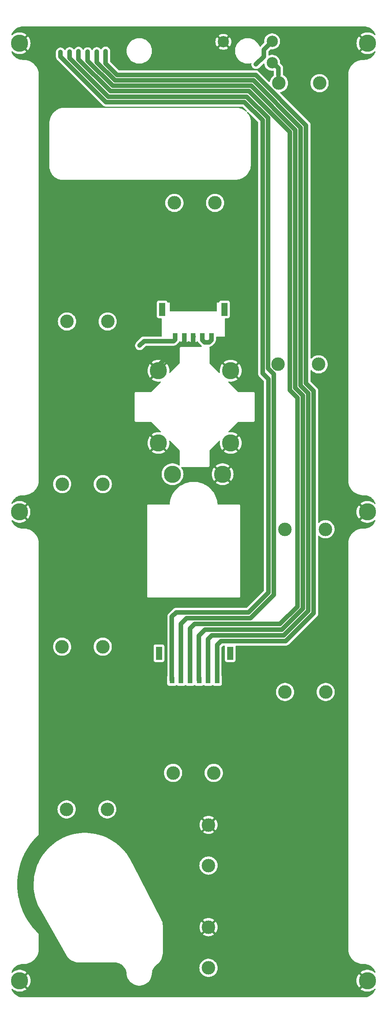
<source format=gbl>
%TF.GenerationSoftware,KiCad,Pcbnew,8.0.4*%
%TF.CreationDate,2025-03-26T23:32:02-07:00*%
%TF.ProjectId,Stationary_X_Panel,53746174-696f-46e6-9172-795f585f5061,1.5*%
%TF.SameCoordinates,Original*%
%TF.FileFunction,Copper,L2,Bot*%
%TF.FilePolarity,Positive*%
%FSLAX46Y46*%
G04 Gerber Fmt 4.6, Leading zero omitted, Abs format (unit mm)*
G04 Created by KiCad (PCBNEW 8.0.4) date 2025-03-26 23:32:02*
%MOMM*%
%LPD*%
G01*
G04 APERTURE LIST*
%TA.AperFunction,ComponentPad*%
%ADD10C,2.600000*%
%TD*%
%TA.AperFunction,ConnectorPad*%
%ADD11C,3.800000*%
%TD*%
%TA.AperFunction,ComponentPad*%
%ADD12C,3.000000*%
%TD*%
%TA.AperFunction,SMDPad,CuDef*%
%ADD13R,1.100000X1.450000*%
%TD*%
%TA.AperFunction,SMDPad,CuDef*%
%ADD14R,1.350000X2.900000*%
%TD*%
%TA.AperFunction,SMDPad,CuDef*%
%ADD15C,2.500000*%
%TD*%
%TA.AperFunction,ViaPad*%
%ADD16C,0.800000*%
%TD*%
%TA.AperFunction,Conductor*%
%ADD17C,1.000000*%
%TD*%
G04 APERTURE END LIST*
D10*
%TO.P,H12,1,1*%
%TO.N,GND*%
X109240000Y-127760000D03*
D11*
X109240000Y-127760000D03*
%TD*%
D12*
%TO.P,SC8,1,+*%
%TO.N,Net-(D7-A)*%
X98450000Y-95070000D03*
%TO.P,SC8,2,-*%
%TO.N,Net-(D8-A)*%
X89450000Y-95070000D03*
%TD*%
%TO.P,SC2,1,+*%
%TO.N,Net-(D1-A)*%
X51750000Y-85595000D03*
%TO.P,SC2,2,-*%
%TO.N,Net-(D2-A)*%
X42750000Y-85595000D03*
%TD*%
D10*
%TO.P,H8,1,1*%
%TO.N,GND*%
X32260000Y-231510000D03*
D11*
X32260000Y-231510000D03*
%TD*%
D12*
%TO.P,SC1,1,+*%
%TO.N,SC1-6_+*%
X66525000Y-59345000D03*
%TO.P,SC1,2,-*%
%TO.N,Net-(D1-A)*%
X75525000Y-59345000D03*
%TD*%
%TO.P,SC12,1,+*%
%TO.N,Net-(D11-A)*%
X74080000Y-206030000D03*
%TO.P,SC12,2,-*%
%TO.N,GND*%
X74080000Y-197030000D03*
%TD*%
%TO.P,SC11,1,+*%
%TO.N,Net-(D10-A)*%
X75240000Y-185520000D03*
%TO.P,SC11,2,-*%
%TO.N,Net-(D11-A)*%
X66240000Y-185520000D03*
%TD*%
%TO.P,SC9,1,+*%
%TO.N,Net-(D8-A)*%
X99970000Y-131590000D03*
%TO.P,SC9,2,-*%
%TO.N,Net-(D10-K)*%
X90970000Y-131590000D03*
%TD*%
D10*
%TO.P,H9,1,1*%
%TO.N,GND*%
X32240000Y-127750000D03*
D11*
X32240000Y-127750000D03*
%TD*%
D10*
%TO.P,H3,1,1*%
%TO.N,GND*%
X63000000Y-112500000D03*
D11*
X63000000Y-112500000D03*
%TD*%
D12*
%TO.P,SC7,1,+*%
%TO.N,SC7-12_+*%
X89665000Y-32845000D03*
%TO.P,SC7,2,-*%
%TO.N,Net-(D7-A)*%
X98665000Y-32845000D03*
%TD*%
D10*
%TO.P,H10,1,1*%
%TO.N,GND*%
X32250000Y-24010000D03*
D11*
X32250000Y-24010000D03*
%TD*%
D10*
%TO.P,H2,1,1*%
%TO.N,GND*%
X77200000Y-119400000D03*
D11*
X77200000Y-119400000D03*
%TD*%
D12*
%TO.P,SC6,1,+*%
%TO.N,Net-(D5-A)*%
X74080000Y-228670000D03*
%TO.P,SC6,2,-*%
%TO.N,GND*%
X74080000Y-219670000D03*
%TD*%
D10*
%TO.P,H5,1,1*%
%TO.N,GND*%
X63000000Y-96500000D03*
D11*
X63000000Y-96500000D03*
%TD*%
D12*
%TO.P,SC5,1,+*%
%TO.N,Net-(D4-A)*%
X51665000Y-193595000D03*
%TO.P,SC5,2,-*%
%TO.N,Net-(D5-A)*%
X42665000Y-193595000D03*
%TD*%
D10*
%TO.P,H7,1,1*%
%TO.N,GND*%
X109240000Y-231500000D03*
D11*
X109240000Y-231500000D03*
%TD*%
D10*
%TO.P,H4,1,1*%
%TO.N,GND*%
X79000000Y-112500000D03*
D11*
X79000000Y-112500000D03*
%TD*%
D10*
%TO.P,H11,1,1*%
%TO.N,GND*%
X109260000Y-24000000D03*
D11*
X109260000Y-24000000D03*
%TD*%
D12*
%TO.P,SC4,1,+*%
%TO.N,Net-(D3-A)*%
X50665000Y-157595000D03*
%TO.P,SC4,2,-*%
%TO.N,Net-(D4-A)*%
X41665000Y-157595000D03*
%TD*%
%TO.P,SC3,1,+*%
%TO.N,Net-(D2-A)*%
X50680000Y-121595000D03*
%TO.P,SC3,2,-*%
%TO.N,Net-(D3-A)*%
X41680000Y-121595000D03*
%TD*%
%TO.P,SC10,1,+*%
%TO.N,Net-(D10-K)*%
X100020000Y-167610000D03*
%TO.P,SC10,2,-*%
%TO.N,Net-(D10-A)*%
X91020000Y-167610000D03*
%TD*%
D10*
%TO.P,H6,1,1*%
%TO.N,GND*%
X79000000Y-96500000D03*
D11*
X79000000Y-96500000D03*
%TD*%
D10*
%TO.P,H1,1,1*%
%TO.N,BURN*%
X66100000Y-119400000D03*
D11*
X66100000Y-119400000D03*
%TD*%
D13*
%TO.P,J3,1,1*%
%TO.N,BURN*%
X66700000Y-88900000D03*
%TO.P,J3,2,2*%
%TO.N,GND*%
X68700000Y-88900000D03*
%TO.P,J3,3,3*%
X70700000Y-88900000D03*
%TO.P,J3,4,4*%
%TO.N,VSOLAR*%
X72700000Y-88900000D03*
%TO.P,J3,5,5*%
X74700000Y-88900000D03*
D14*
%TO.P,J3,S1,SHIELD1*%
%TO.N,unconnected-(J3-SHIELD1-PadS1)*%
X63805000Y-82925000D03*
%TO.P,J3,S2,SHIELD2*%
%TO.N,unconnected-(J3-SHIELD2-PadS2)*%
X77595000Y-82925000D03*
%TD*%
D15*
%TO.P,TP1,1,1*%
%TO.N,SC1-6_+*%
X88165000Y-23595000D03*
%TD*%
%TO.P,TP3,1,1*%
%TO.N,GND*%
X77365000Y-23695000D03*
%TD*%
%TO.P,TP2,1,1*%
%TO.N,SC7-12_+*%
X88165000Y-28345000D03*
%TD*%
D13*
%TO.P,J1,1,1*%
%TO.N,/RBF_DETECT*%
X66000000Y-165000000D03*
%TO.P,J1,2,2*%
%TO.N,/VBATT*%
X68000000Y-165000000D03*
%TO.P,J1,3,3*%
%TO.N,/VCHRG*%
X70000000Y-165000000D03*
%TO.P,J1,4,4*%
%TO.N,/VUSB_BAT*%
X72000000Y-165000000D03*
%TO.P,J1,5,5*%
%TO.N,/PYCUBED_GND*%
X74000000Y-165000000D03*
%TO.P,J1,6,6*%
%TO.N,/PYCUBED_GNDREF*%
X76000000Y-165000000D03*
D14*
%TO.P,J1,S1,SHIELD1*%
%TO.N,unconnected-(J1-SHIELD1-PadS1)*%
X63105000Y-159025000D03*
%TO.P,J1,S2,SHIELD2*%
%TO.N,unconnected-(J1-SHIELD2-PadS2)*%
X78895000Y-159025000D03*
%TD*%
D16*
%TO.N,VSOLAR*%
X73760000Y-90200000D03*
%TO.N,GND*%
X68900000Y-217160000D03*
X66980000Y-215120000D03*
X61730000Y-194950000D03*
X68480000Y-215630000D03*
X62160000Y-193290000D03*
X62440000Y-196420000D03*
%TO.N,SC1-6_+*%
X84590000Y-28695000D03*
%TO.N,BURN*%
X58823000Y-90937000D03*
%TO.N,SC7-12_+*%
X89560000Y-31050000D03*
%TO.N,/RBF_DETECT*%
X41310000Y-25970000D03*
%TO.N,/VUSB_BAT*%
X47310000Y-25910000D03*
%TO.N,/VCHRG*%
X45300000Y-25800000D03*
%TO.N,/VBATT*%
X43340000Y-25880000D03*
%TO.N,/PYCUBED_GND*%
X49340000Y-25880000D03*
%TO.N,/PYCUBED_GNDREF*%
X51290000Y-25780000D03*
%TD*%
D17*
%TO.N,VSOLAR*%
X73212000Y-90200000D02*
X72700000Y-89688000D01*
X74188000Y-90200000D02*
X74700000Y-89688000D01*
X73760000Y-90200000D02*
X73212000Y-90200000D01*
X73760000Y-90200000D02*
X74188000Y-90200000D01*
%TO.N,GND*%
X68100000Y-90700000D02*
X70300000Y-90700000D01*
X67668629Y-90700000D02*
X68100000Y-90700000D01*
X68700000Y-90100000D02*
X68700000Y-88900000D01*
X70700000Y-88960000D02*
X70715000Y-88945000D01*
X63000000Y-96500000D02*
X63000000Y-95368629D01*
X70700000Y-90300000D02*
X70700000Y-88960000D01*
X68100000Y-90700000D02*
X68700000Y-90100000D01*
X63000000Y-95368629D02*
X67668629Y-90700000D01*
X70300000Y-90700000D02*
X70700000Y-90300000D01*
%TO.N,SC1-6_+*%
X84590000Y-28695000D02*
X86350000Y-26935000D01*
X86350000Y-26935000D02*
X86350000Y-25410000D01*
X86350000Y-25410000D02*
X88165000Y-23595000D01*
%TO.N,BURN*%
X66700000Y-89587108D02*
X66700000Y-89360000D01*
X59825000Y-89935000D02*
X66352108Y-89935000D01*
X58823000Y-90937000D02*
X59825000Y-89935000D01*
X66352108Y-89935000D02*
X66700000Y-89587108D01*
%TO.N,SC7-12_+*%
X89560000Y-29490000D02*
X88415000Y-28345000D01*
X88415000Y-28345000D02*
X88165000Y-28345000D01*
X89560000Y-31050000D02*
X89560000Y-29490000D01*
%TO.N,/RBF_DETECT*%
X41310000Y-25970000D02*
X41310000Y-26975280D01*
X41310000Y-26975280D02*
X51369720Y-37035000D01*
X65970000Y-164970000D02*
X66000000Y-165000000D01*
X86050000Y-97050000D02*
X87360000Y-98360000D01*
X66951000Y-149979000D02*
X65970000Y-150960000D01*
X51369720Y-37035000D02*
X82039720Y-37035000D01*
X87360000Y-145572000D02*
X82953000Y-149979000D01*
X65970000Y-150960000D02*
X65970000Y-164970000D01*
X86050000Y-41045280D02*
X86050000Y-97050000D01*
X82953000Y-149979000D02*
X66951000Y-149979000D01*
X82039720Y-37035000D02*
X86050000Y-41045280D01*
X87360000Y-98360000D02*
X87360000Y-145572000D01*
%TO.N,/VUSB_BAT*%
X71970000Y-164970000D02*
X72000000Y-165000000D01*
X73301000Y-153789000D02*
X71970000Y-155120000D01*
X94950000Y-101972438D02*
X94950000Y-149186168D01*
X93290000Y-43194112D02*
X93290000Y-100312438D01*
X71970000Y-155120000D02*
X71970000Y-164970000D01*
X93290000Y-100312438D02*
X94950000Y-101972438D01*
X90347168Y-153789000D02*
X73301000Y-153789000D01*
X83530888Y-33435000D02*
X93290000Y-43194112D01*
X52860888Y-33435000D02*
X83530888Y-33435000D01*
X47310000Y-25910000D02*
X47310000Y-27884112D01*
X94950000Y-149186168D02*
X90347168Y-153789000D01*
X47310000Y-27884112D02*
X52860888Y-33435000D01*
%TO.N,/VCHRG*%
X92090000Y-100809494D02*
X93750000Y-102469494D01*
X92090000Y-43691168D02*
X92090000Y-100809494D01*
X69970000Y-153564000D02*
X69970000Y-164970000D01*
X71015000Y-152519000D02*
X69970000Y-153564000D01*
X52363832Y-34635000D02*
X83033832Y-34635000D01*
X83033832Y-34635000D02*
X92090000Y-43691168D01*
X89920112Y-152519000D02*
X71015000Y-152519000D01*
X93750000Y-148689112D02*
X89920112Y-152519000D01*
X93750000Y-102469494D02*
X93750000Y-148689112D01*
X45300000Y-25800000D02*
X45300000Y-27571168D01*
X45300000Y-27571168D02*
X52363832Y-34635000D01*
X69970000Y-164970000D02*
X70000000Y-165000000D01*
%TO.N,/VBATT*%
X83380056Y-151249000D02*
X69237000Y-151249000D01*
X87250000Y-95981270D02*
X88560000Y-97291270D01*
X67970000Y-152516000D02*
X67970000Y-164970000D01*
X43340000Y-25880000D02*
X43340000Y-27308224D01*
X82536776Y-35835000D02*
X87250000Y-40548224D01*
X88560000Y-146069056D02*
X83380056Y-151249000D01*
X43340000Y-27308224D02*
X51866776Y-35835000D01*
X67970000Y-164970000D02*
X68000000Y-165000000D01*
X88560000Y-97291270D02*
X88560000Y-146069056D01*
X69237000Y-151249000D02*
X67970000Y-152516000D01*
X87250000Y-40548224D02*
X87250000Y-95981270D01*
X51866776Y-35835000D02*
X82536776Y-35835000D01*
%TO.N,/PYCUBED_GND*%
X73970000Y-155914000D02*
X73970000Y-164970000D01*
X96150000Y-101475382D02*
X96150000Y-149683224D01*
X96150000Y-149683224D02*
X90774224Y-155059000D01*
X73970000Y-164970000D02*
X74000000Y-165000000D01*
X53357944Y-32235000D02*
X84027944Y-32235000D01*
X84027944Y-32235000D02*
X94490000Y-42697056D01*
X90774224Y-155059000D02*
X74825000Y-155059000D01*
X74825000Y-155059000D02*
X73970000Y-155914000D01*
X49340000Y-25880000D02*
X49340000Y-28217056D01*
X94490000Y-99815382D02*
X96150000Y-101475382D01*
X49340000Y-28217056D02*
X53357944Y-32235000D01*
X94490000Y-42697056D02*
X94490000Y-99815382D01*
%TO.N,/PYCUBED_GNDREF*%
X75970000Y-157216000D02*
X75970000Y-164970000D01*
X51290000Y-25780000D02*
X51290000Y-28470000D01*
X95690000Y-42200000D02*
X95690000Y-99318326D01*
X53855000Y-31035000D02*
X84525000Y-31035000D01*
X97350000Y-150180280D02*
X91201280Y-156329000D01*
X76857000Y-156329000D02*
X75970000Y-157216000D01*
X97350000Y-100978326D02*
X97350000Y-150180280D01*
X95690000Y-99318326D02*
X97350000Y-100978326D01*
X91201280Y-156329000D02*
X76857000Y-156329000D01*
X84525000Y-31035000D02*
X95690000Y-42200000D01*
X51290000Y-28470000D02*
X53855000Y-31035000D01*
X75970000Y-164970000D02*
X76000000Y-165000000D01*
%TD*%
%TA.AperFunction,Conductor*%
%TO.N,GND*%
G36*
X108503472Y-20300695D02*
G01*
X108795306Y-20317084D01*
X108809103Y-20318638D01*
X109093827Y-20367015D01*
X109107384Y-20370109D01*
X109384899Y-20450060D01*
X109398025Y-20454653D01*
X109664841Y-20565172D01*
X109677355Y-20571198D01*
X109843444Y-20662992D01*
X109930125Y-20710899D01*
X109941899Y-20718297D01*
X110177430Y-20885415D01*
X110188302Y-20894085D01*
X110403642Y-21086524D01*
X110413475Y-21096357D01*
X110605914Y-21311697D01*
X110614584Y-21322569D01*
X110781702Y-21558100D01*
X110789100Y-21569874D01*
X110928797Y-21822637D01*
X110934830Y-21835165D01*
X111016277Y-22031794D01*
X111023746Y-22101263D01*
X110992471Y-22163743D01*
X110932382Y-22199395D01*
X110862557Y-22196902D01*
X110816834Y-22169641D01*
X110792843Y-22147113D01*
X110792833Y-22147105D01*
X110548538Y-21969614D01*
X110548520Y-21969602D01*
X110283890Y-21824121D01*
X110283882Y-21824117D01*
X110003110Y-21712952D01*
X110003107Y-21712951D01*
X109710600Y-21637849D01*
X109411004Y-21600000D01*
X109108995Y-21600000D01*
X108809399Y-21637849D01*
X108516892Y-21712951D01*
X108516889Y-21712952D01*
X108236117Y-21824117D01*
X108236109Y-21824121D01*
X107971476Y-21969604D01*
X107971471Y-21969607D01*
X107746565Y-22133010D01*
X107746564Y-22133011D01*
X108677262Y-23063709D01*
X108543398Y-23160967D01*
X108420967Y-23283398D01*
X108323709Y-23417262D01*
X107395311Y-22488864D01*
X107314520Y-22586525D01*
X107314518Y-22586528D01*
X107152707Y-22841502D01*
X107152704Y-22841508D01*
X107024127Y-23114747D01*
X107024125Y-23114752D01*
X106930805Y-23401959D01*
X106874216Y-23698609D01*
X106874215Y-23698616D01*
X106855255Y-23999994D01*
X106855255Y-24000005D01*
X106874215Y-24301383D01*
X106874216Y-24301390D01*
X106930805Y-24598040D01*
X107024125Y-24885247D01*
X107024127Y-24885252D01*
X107152704Y-25158491D01*
X107152707Y-25158497D01*
X107314516Y-25413469D01*
X107395311Y-25511133D01*
X108323708Y-24582736D01*
X108420967Y-24716602D01*
X108543398Y-24839033D01*
X108677261Y-24936289D01*
X107746564Y-25866987D01*
X107746565Y-25866989D01*
X107971461Y-26030385D01*
X107971479Y-26030397D01*
X108236109Y-26175878D01*
X108236117Y-26175882D01*
X108516889Y-26287047D01*
X108516892Y-26287048D01*
X108809399Y-26362150D01*
X109108995Y-26399999D01*
X109109007Y-26400000D01*
X109410993Y-26400000D01*
X109411004Y-26399999D01*
X109710600Y-26362150D01*
X110003107Y-26287048D01*
X110003110Y-26287047D01*
X110283882Y-26175882D01*
X110283890Y-26175878D01*
X110548520Y-26030397D01*
X110548538Y-26030385D01*
X110792833Y-25852894D01*
X110792843Y-25852886D01*
X110816830Y-25830361D01*
X110879174Y-25798817D01*
X110948675Y-25805987D01*
X111003267Y-25849593D01*
X111025617Y-25915792D01*
X111016277Y-25968204D01*
X110934830Y-26164834D01*
X110928797Y-26177362D01*
X110789100Y-26430125D01*
X110781702Y-26441899D01*
X110614584Y-26677430D01*
X110605914Y-26688302D01*
X110413475Y-26903642D01*
X110403642Y-26913475D01*
X110188302Y-27105914D01*
X110177430Y-27114584D01*
X109941899Y-27281702D01*
X109930125Y-27289100D01*
X109677362Y-27428797D01*
X109664834Y-27434830D01*
X109398024Y-27545346D01*
X109384899Y-27549939D01*
X109107384Y-27629890D01*
X109093827Y-27632984D01*
X108809114Y-27681359D01*
X108795296Y-27682916D01*
X108503472Y-27699305D01*
X108496519Y-27699500D01*
X108372595Y-27699500D01*
X108325000Y-27699500D01*
X108152028Y-27699500D01*
X107807980Y-27735661D01*
X107807975Y-27735661D01*
X107807975Y-27735662D01*
X107469600Y-27807585D01*
X107469599Y-27807586D01*
X107140591Y-27914487D01*
X106824547Y-28055198D01*
X106824540Y-28055201D01*
X106524953Y-28228167D01*
X106524952Y-28228167D01*
X106245069Y-28431516D01*
X105987992Y-28662992D01*
X105756516Y-28920069D01*
X105553167Y-29199952D01*
X105553167Y-29199953D01*
X105380201Y-29499540D01*
X105380198Y-29499547D01*
X105239487Y-29815591D01*
X105132586Y-30144599D01*
X105132585Y-30144600D01*
X105060662Y-30482975D01*
X105060661Y-30482980D01*
X105024500Y-30827028D01*
X105024500Y-30960438D01*
X105024500Y-120702405D01*
X105024500Y-120750000D01*
X105024500Y-120922972D01*
X105060661Y-121267020D01*
X105060662Y-121267024D01*
X105132585Y-121605399D01*
X105132586Y-121605400D01*
X105132587Y-121605404D01*
X105239490Y-121934416D01*
X105330202Y-122138158D01*
X105380198Y-122250452D01*
X105380201Y-122250459D01*
X105553167Y-122550046D01*
X105553167Y-122550047D01*
X105756516Y-122829930D01*
X105888915Y-122976973D01*
X105987992Y-123087008D01*
X106093674Y-123182165D01*
X106245069Y-123318483D01*
X106245075Y-123318487D01*
X106245078Y-123318490D01*
X106332241Y-123381818D01*
X106524952Y-123521832D01*
X106824540Y-123694798D01*
X106824544Y-123694799D01*
X106824548Y-123694802D01*
X107140584Y-123835510D01*
X107469596Y-123942413D01*
X107469599Y-123942413D01*
X107469600Y-123942414D01*
X107516223Y-123952323D01*
X107807980Y-124014339D01*
X108152028Y-124050500D01*
X108285438Y-124050500D01*
X108452405Y-124050500D01*
X108496519Y-124050500D01*
X108503472Y-124050695D01*
X108795306Y-124067084D01*
X108809103Y-124068638D01*
X109093827Y-124117015D01*
X109107384Y-124120109D01*
X109384899Y-124200060D01*
X109398025Y-124204653D01*
X109664841Y-124315172D01*
X109677355Y-124321198D01*
X109850500Y-124416892D01*
X109930125Y-124460899D01*
X109941899Y-124468297D01*
X110177430Y-124635415D01*
X110188302Y-124644085D01*
X110403642Y-124836524D01*
X110413475Y-124846357D01*
X110605914Y-125061697D01*
X110614584Y-125072569D01*
X110781702Y-125308100D01*
X110789100Y-125319874D01*
X110928797Y-125572637D01*
X110934830Y-125585165D01*
X111035787Y-125828898D01*
X111043256Y-125898368D01*
X111011981Y-125960847D01*
X110951892Y-125996499D01*
X110882067Y-125994005D01*
X110836342Y-125966743D01*
X110772843Y-125907113D01*
X110772833Y-125907105D01*
X110528538Y-125729614D01*
X110528520Y-125729602D01*
X110263890Y-125584121D01*
X110263882Y-125584117D01*
X109983110Y-125472952D01*
X109983107Y-125472951D01*
X109690600Y-125397849D01*
X109391004Y-125360000D01*
X109088995Y-125360000D01*
X108789399Y-125397849D01*
X108496892Y-125472951D01*
X108496889Y-125472952D01*
X108216117Y-125584117D01*
X108216109Y-125584121D01*
X107951476Y-125729604D01*
X107951471Y-125729607D01*
X107726565Y-125893010D01*
X107726564Y-125893011D01*
X108657262Y-126823709D01*
X108523398Y-126920967D01*
X108400967Y-127043398D01*
X108303709Y-127177262D01*
X107375311Y-126248864D01*
X107294520Y-126346525D01*
X107294518Y-126346528D01*
X107132707Y-126601502D01*
X107132704Y-126601508D01*
X107004127Y-126874747D01*
X107004125Y-126874752D01*
X106910805Y-127161959D01*
X106854216Y-127458609D01*
X106854215Y-127458616D01*
X106835255Y-127759994D01*
X106835255Y-127760005D01*
X106854215Y-128061383D01*
X106854216Y-128061390D01*
X106910805Y-128358040D01*
X107004125Y-128645247D01*
X107004127Y-128645252D01*
X107132704Y-128918491D01*
X107132707Y-128918497D01*
X107294516Y-129173469D01*
X107375311Y-129271133D01*
X108303708Y-128342736D01*
X108400967Y-128476602D01*
X108523398Y-128599033D01*
X108657261Y-128696289D01*
X107726564Y-129626987D01*
X107726565Y-129626989D01*
X107951461Y-129790385D01*
X107951479Y-129790397D01*
X108216109Y-129935878D01*
X108216117Y-129935882D01*
X108496889Y-130047047D01*
X108496892Y-130047048D01*
X108789399Y-130122150D01*
X109088995Y-130159999D01*
X109089007Y-130160000D01*
X109390993Y-130160000D01*
X109391004Y-130159999D01*
X109690600Y-130122150D01*
X109983107Y-130047048D01*
X109983110Y-130047047D01*
X110263882Y-129935882D01*
X110263890Y-129935878D01*
X110528520Y-129790397D01*
X110528538Y-129790385D01*
X110772833Y-129612894D01*
X110772843Y-129612886D01*
X110822783Y-129565989D01*
X110885127Y-129534446D01*
X110954628Y-129541616D01*
X111009219Y-129585223D01*
X111031569Y-129651421D01*
X111022229Y-129703833D01*
X110934830Y-129914834D01*
X110928797Y-129927362D01*
X110789100Y-130180125D01*
X110781702Y-130191899D01*
X110614584Y-130427430D01*
X110605914Y-130438302D01*
X110413475Y-130653642D01*
X110403642Y-130663475D01*
X110188302Y-130855914D01*
X110177430Y-130864584D01*
X109941899Y-131031702D01*
X109930125Y-131039100D01*
X109677362Y-131178797D01*
X109664834Y-131184830D01*
X109398024Y-131295346D01*
X109384899Y-131299939D01*
X109107384Y-131379890D01*
X109093827Y-131382984D01*
X108809114Y-131431359D01*
X108795296Y-131432916D01*
X108503472Y-131449305D01*
X108496519Y-131449500D01*
X108372595Y-131449500D01*
X108325000Y-131449500D01*
X108152028Y-131449500D01*
X107807980Y-131485661D01*
X107807975Y-131485661D01*
X107807975Y-131485662D01*
X107469600Y-131557585D01*
X107469599Y-131557586D01*
X107140591Y-131664487D01*
X106824547Y-131805198D01*
X106824540Y-131805201D01*
X106524953Y-131978167D01*
X106524952Y-131978167D01*
X106245069Y-132181516D01*
X105987992Y-132412992D01*
X105756516Y-132670069D01*
X105553167Y-132949952D01*
X105553167Y-132949953D01*
X105380201Y-133249540D01*
X105380198Y-133249547D01*
X105239487Y-133565591D01*
X105132586Y-133894599D01*
X105132585Y-133894600D01*
X105060662Y-134232975D01*
X105060661Y-134232980D01*
X105024500Y-134577028D01*
X105024500Y-134710438D01*
X105024500Y-224452405D01*
X105024500Y-224500000D01*
X105024500Y-224672972D01*
X105060661Y-225017020D01*
X105060662Y-225017024D01*
X105132585Y-225355399D01*
X105132586Y-225355400D01*
X105132587Y-225355404D01*
X105239490Y-225684416D01*
X105290746Y-225799538D01*
X105380198Y-226000452D01*
X105380201Y-226000459D01*
X105553167Y-226300046D01*
X105553167Y-226300047D01*
X105756516Y-226579930D01*
X105815976Y-226645966D01*
X105987992Y-226837008D01*
X106093674Y-226932165D01*
X106245069Y-227068483D01*
X106245075Y-227068487D01*
X106245078Y-227068490D01*
X106254059Y-227075015D01*
X106524952Y-227271832D01*
X106824540Y-227444798D01*
X106824544Y-227444799D01*
X106824548Y-227444802D01*
X107140584Y-227585510D01*
X107469596Y-227692413D01*
X107469599Y-227692413D01*
X107469600Y-227692414D01*
X107516223Y-227702323D01*
X107807980Y-227764339D01*
X108152028Y-227800500D01*
X108285438Y-227800500D01*
X108452405Y-227800500D01*
X108496519Y-227800500D01*
X108503472Y-227800695D01*
X108795306Y-227817084D01*
X108809103Y-227818638D01*
X109093827Y-227867015D01*
X109107384Y-227870109D01*
X109384899Y-227950060D01*
X109398025Y-227954653D01*
X109664841Y-228065172D01*
X109677355Y-228071198D01*
X109763142Y-228118611D01*
X109930125Y-228210899D01*
X109941899Y-228218297D01*
X110177430Y-228385415D01*
X110188302Y-228394085D01*
X110403642Y-228586524D01*
X110413475Y-228596357D01*
X110605914Y-228811697D01*
X110614584Y-228822569D01*
X110781702Y-229058100D01*
X110789100Y-229069874D01*
X110928797Y-229322637D01*
X110934830Y-229335165D01*
X111029008Y-229562532D01*
X111036477Y-229632002D01*
X111005202Y-229694481D01*
X110945113Y-229730133D01*
X110875288Y-229727639D01*
X110829563Y-229700377D01*
X110772843Y-229647113D01*
X110772833Y-229647105D01*
X110528538Y-229469614D01*
X110528520Y-229469602D01*
X110263890Y-229324121D01*
X110263882Y-229324117D01*
X109983110Y-229212952D01*
X109983107Y-229212951D01*
X109690600Y-229137849D01*
X109391004Y-229100000D01*
X109088995Y-229100000D01*
X108789399Y-229137849D01*
X108496892Y-229212951D01*
X108496889Y-229212952D01*
X108216117Y-229324117D01*
X108216109Y-229324121D01*
X107951476Y-229469604D01*
X107951471Y-229469607D01*
X107726565Y-229633010D01*
X107726564Y-229633011D01*
X108657262Y-230563709D01*
X108523398Y-230660967D01*
X108400967Y-230783398D01*
X108303709Y-230917262D01*
X107375311Y-229988864D01*
X107294520Y-230086525D01*
X107294518Y-230086528D01*
X107132707Y-230341502D01*
X107132704Y-230341508D01*
X107004127Y-230614747D01*
X107004125Y-230614752D01*
X106910805Y-230901959D01*
X106854216Y-231198609D01*
X106854215Y-231198616D01*
X106835255Y-231499994D01*
X106835255Y-231500005D01*
X106854215Y-231801383D01*
X106854216Y-231801390D01*
X106910805Y-232098040D01*
X107004125Y-232385247D01*
X107004127Y-232385252D01*
X107132704Y-232658491D01*
X107132707Y-232658497D01*
X107294516Y-232913469D01*
X107375311Y-233011133D01*
X108303708Y-232082736D01*
X108400967Y-232216602D01*
X108523398Y-232339033D01*
X108657261Y-232436289D01*
X107726564Y-233366987D01*
X107726565Y-233366989D01*
X107951461Y-233530385D01*
X107951479Y-233530397D01*
X108216109Y-233675878D01*
X108216117Y-233675882D01*
X108496889Y-233787047D01*
X108496892Y-233787048D01*
X108789399Y-233862150D01*
X109088995Y-233899999D01*
X109089007Y-233900000D01*
X109390993Y-233900000D01*
X109391004Y-233899999D01*
X109690600Y-233862150D01*
X109983107Y-233787048D01*
X109983110Y-233787047D01*
X110263882Y-233675882D01*
X110263890Y-233675878D01*
X110528520Y-233530397D01*
X110528538Y-233530385D01*
X110772833Y-233352894D01*
X110772843Y-233352886D01*
X110829563Y-233299623D01*
X110891907Y-233268081D01*
X110961408Y-233275251D01*
X111015999Y-233318859D01*
X111038348Y-233385058D01*
X111029008Y-233437468D01*
X110934830Y-233664834D01*
X110928797Y-233677362D01*
X110789100Y-233930125D01*
X110781702Y-233941899D01*
X110614584Y-234177430D01*
X110605914Y-234188302D01*
X110413475Y-234403642D01*
X110403642Y-234413475D01*
X110188302Y-234605914D01*
X110177430Y-234614584D01*
X109941899Y-234781702D01*
X109930125Y-234789100D01*
X109677362Y-234928797D01*
X109664834Y-234934830D01*
X109398024Y-235045346D01*
X109384899Y-235049939D01*
X109107384Y-235129890D01*
X109093827Y-235132984D01*
X108809114Y-235181359D01*
X108795296Y-235182916D01*
X108503472Y-235199305D01*
X108496519Y-235199500D01*
X33003481Y-235199500D01*
X32996528Y-235199305D01*
X32704703Y-235182916D01*
X32690885Y-235181359D01*
X32406172Y-235132984D01*
X32392615Y-235129890D01*
X32115100Y-235049939D01*
X32101975Y-235045346D01*
X31835165Y-234934830D01*
X31822637Y-234928797D01*
X31569874Y-234789100D01*
X31558100Y-234781702D01*
X31322569Y-234614584D01*
X31311697Y-234605914D01*
X31096357Y-234413475D01*
X31086524Y-234403642D01*
X30894085Y-234188302D01*
X30885415Y-234177430D01*
X30718297Y-233941899D01*
X30710899Y-233930125D01*
X30637350Y-233797048D01*
X30571198Y-233677355D01*
X30565172Y-233664841D01*
X30477770Y-233453833D01*
X30470301Y-233384363D01*
X30501576Y-233321884D01*
X30561665Y-233286232D01*
X30631490Y-233288726D01*
X30677215Y-233315988D01*
X30727156Y-233362886D01*
X30727166Y-233362894D01*
X30971461Y-233540385D01*
X30971479Y-233540397D01*
X31236109Y-233685878D01*
X31236117Y-233685882D01*
X31516889Y-233797047D01*
X31516892Y-233797048D01*
X31809399Y-233872150D01*
X32108995Y-233909999D01*
X32109007Y-233910000D01*
X32410993Y-233910000D01*
X32411004Y-233909999D01*
X32710600Y-233872150D01*
X33003107Y-233797048D01*
X33003110Y-233797047D01*
X33283882Y-233685882D01*
X33283890Y-233685878D01*
X33548520Y-233540397D01*
X33548530Y-233540390D01*
X33773433Y-233376987D01*
X33773434Y-233376987D01*
X32842737Y-232446290D01*
X32976602Y-232349033D01*
X33099033Y-232226602D01*
X33196290Y-232092737D01*
X34124687Y-233021134D01*
X34205486Y-232923464D01*
X34367292Y-232668497D01*
X34367295Y-232668491D01*
X34495872Y-232395252D01*
X34495874Y-232395247D01*
X34589194Y-232108040D01*
X34645783Y-231811390D01*
X34645784Y-231811383D01*
X34664745Y-231510005D01*
X34664745Y-231509994D01*
X34645784Y-231208616D01*
X34645783Y-231208609D01*
X34589194Y-230911959D01*
X34495874Y-230624752D01*
X34495872Y-230624747D01*
X34367295Y-230351508D01*
X34367292Y-230351502D01*
X34205483Y-230096530D01*
X34124686Y-229998864D01*
X33196289Y-230927261D01*
X33099033Y-230793398D01*
X32976602Y-230670967D01*
X32842736Y-230573709D01*
X33773434Y-229643011D01*
X33773433Y-229643009D01*
X33548538Y-229479614D01*
X33548520Y-229479602D01*
X33283890Y-229334121D01*
X33283882Y-229334117D01*
X33003110Y-229222952D01*
X33003107Y-229222951D01*
X32710600Y-229147849D01*
X32411004Y-229110000D01*
X32108995Y-229110000D01*
X31809399Y-229147849D01*
X31516892Y-229222951D01*
X31516889Y-229222952D01*
X31236117Y-229334117D01*
X31236109Y-229334121D01*
X30971479Y-229479602D01*
X30971461Y-229479614D01*
X30727166Y-229657105D01*
X30727156Y-229657113D01*
X30663657Y-229716743D01*
X30601312Y-229748285D01*
X30531811Y-229741114D01*
X30477221Y-229697506D01*
X30454872Y-229631307D01*
X30464212Y-229578898D01*
X30505342Y-229479602D01*
X30565175Y-229335151D01*
X30571195Y-229322651D01*
X30710902Y-229069868D01*
X30718297Y-229058100D01*
X30799162Y-228944132D01*
X30885422Y-228822559D01*
X30894077Y-228811705D01*
X31086534Y-228596346D01*
X31096346Y-228586534D01*
X31311705Y-228394077D01*
X31322559Y-228385422D01*
X31558105Y-228218293D01*
X31569868Y-228210902D01*
X31822651Y-228071195D01*
X31835151Y-228065175D01*
X32101979Y-227954651D01*
X32115096Y-227950061D01*
X32392621Y-227870107D01*
X32406167Y-227867015D01*
X32690898Y-227818638D01*
X32704691Y-227817084D01*
X32996528Y-227800695D01*
X33003481Y-227800500D01*
X33347967Y-227800500D01*
X33347972Y-227800500D01*
X33692020Y-227764339D01*
X34030404Y-227692413D01*
X34359416Y-227585510D01*
X34675452Y-227444802D01*
X34975046Y-227271832D01*
X34975047Y-227271832D01*
X35027429Y-227233773D01*
X35254922Y-227068490D01*
X35256693Y-227066896D01*
X35302909Y-227025282D01*
X35512008Y-226837008D01*
X35743490Y-226579922D01*
X35946831Y-226300048D01*
X36119802Y-226000452D01*
X36260510Y-225684416D01*
X36367413Y-225355404D01*
X36439339Y-225017020D01*
X36475500Y-224672972D01*
X36475500Y-224500000D01*
X36475500Y-224452405D01*
X36475500Y-221304776D01*
X36476588Y-221288385D01*
X36479155Y-221269135D01*
X36477539Y-221260335D01*
X36475500Y-221237939D01*
X36475500Y-221237034D01*
X36475499Y-221237030D01*
X36473493Y-221229545D01*
X36469669Y-221215272D01*
X36467485Y-221205585D01*
X36461963Y-221175512D01*
X36461720Y-221175064D01*
X36456230Y-221163528D01*
X36455023Y-221160613D01*
X36455021Y-221160606D01*
X36438207Y-221131483D01*
X36436523Y-221128470D01*
X36416684Y-221091787D01*
X36416682Y-221091783D01*
X36385968Y-221062540D01*
X36383792Y-221060416D01*
X36354013Y-221030637D01*
X36353353Y-221030058D01*
X36220067Y-220896561D01*
X35846727Y-220522629D01*
X35842427Y-220518099D01*
X35336866Y-219957688D01*
X35332803Y-219952949D01*
X35067567Y-219627206D01*
X34856239Y-219367667D01*
X34852401Y-219362701D01*
X34406089Y-218754091D01*
X34402507Y-218748938D01*
X33987548Y-218118509D01*
X33984231Y-218113180D01*
X33601712Y-217462575D01*
X33598669Y-217457086D01*
X33249560Y-216787963D01*
X33246798Y-216782327D01*
X32931987Y-216096385D01*
X32929514Y-216090617D01*
X32707191Y-215533424D01*
X32649804Y-215389599D01*
X32647629Y-215383717D01*
X32403754Y-214669463D01*
X32401886Y-214663503D01*
X32308776Y-214337753D01*
X32194457Y-213937803D01*
X32192900Y-213931786D01*
X32022454Y-213196508D01*
X32021194Y-213190367D01*
X32002562Y-213086304D01*
X31888171Y-212447419D01*
X31887229Y-212441265D01*
X31791969Y-211692532D01*
X31791341Y-211686355D01*
X31734084Y-210933732D01*
X31733768Y-210927473D01*
X31722531Y-210483582D01*
X35369474Y-210483582D01*
X35369474Y-210483595D01*
X35406674Y-211141332D01*
X35481858Y-211795829D01*
X35481860Y-211795841D01*
X35594766Y-212444843D01*
X35594772Y-212444875D01*
X35745037Y-213086296D01*
X35745041Y-213086309D01*
X35932151Y-213717950D01*
X35932155Y-213717961D01*
X35932158Y-213717969D01*
X35946442Y-213757608D01*
X36155496Y-214337747D01*
X36155499Y-214337753D01*
X36414318Y-214943588D01*
X36414326Y-214943606D01*
X36707737Y-215533417D01*
X36847679Y-215778185D01*
X36847723Y-215778274D01*
X36851592Y-215785040D01*
X36851593Y-215785042D01*
X39314816Y-220092235D01*
X42549700Y-225748757D01*
X42549714Y-225748816D01*
X42575199Y-225793358D01*
X42575199Y-225793359D01*
X42578735Y-225799539D01*
X42653583Y-225930358D01*
X42835730Y-226188175D01*
X42835734Y-226188180D01*
X42961989Y-226334877D01*
X43041658Y-226427445D01*
X43269473Y-226645966D01*
X43511101Y-226837007D01*
X43517105Y-226841754D01*
X43782282Y-227013012D01*
X43782292Y-227013018D01*
X43925561Y-227087216D01*
X44062596Y-227158187D01*
X44355484Y-227275949D01*
X44658273Y-227365226D01*
X44968200Y-227425201D01*
X45282435Y-227455327D01*
X45392315Y-227455347D01*
X45392452Y-227455357D01*
X45440274Y-227455357D01*
X45487868Y-227455358D01*
X45487871Y-227455357D01*
X53203870Y-227455357D01*
X53203932Y-227455361D01*
X53213886Y-227455360D01*
X53213889Y-227455361D01*
X53257908Y-227455357D01*
X53265069Y-227455564D01*
X53554660Y-227472339D01*
X53566382Y-227473018D01*
X53580646Y-227474677D01*
X53614811Y-227480673D01*
X53874378Y-227526227D01*
X53888349Y-227529523D01*
X54174163Y-227614692D01*
X54187645Y-227619576D01*
X54461699Y-227737220D01*
X54474540Y-227743638D01*
X54690955Y-227867942D01*
X54733135Y-227892169D01*
X54745152Y-227900030D01*
X54984843Y-228077464D01*
X54995864Y-228086656D01*
X55213451Y-228290630D01*
X55223329Y-228301029D01*
X55298075Y-228389446D01*
X55415857Y-228528770D01*
X55424478Y-228540255D01*
X55589387Y-228788734D01*
X55596622Y-228801140D01*
X55731696Y-229067019D01*
X55737448Y-229080177D01*
X55840875Y-229359885D01*
X55845067Y-229373620D01*
X55915461Y-229663410D01*
X55918037Y-229677537D01*
X55926742Y-229748285D01*
X55952230Y-229955447D01*
X55954896Y-229977111D01*
X55955566Y-229984266D01*
X55958911Y-230036086D01*
X55958918Y-230036141D01*
X55965846Y-230143354D01*
X55965847Y-230143356D01*
X56024481Y-230464036D01*
X56056679Y-230569196D01*
X56119924Y-230775759D01*
X56119925Y-230775760D01*
X56220203Y-231004350D01*
X56250886Y-231074295D01*
X56323669Y-231198609D01*
X56415601Y-231355630D01*
X56611838Y-231615947D01*
X56836950Y-231851740D01*
X56836961Y-231851750D01*
X57087905Y-232059832D01*
X57087907Y-232059833D01*
X57361304Y-232237401D01*
X57653458Y-232382052D01*
X57653465Y-232382055D01*
X57690352Y-232395247D01*
X57960420Y-232491832D01*
X57960421Y-232491833D01*
X58122970Y-232529410D01*
X58278048Y-232565260D01*
X58602048Y-232601341D01*
X58602060Y-232601340D01*
X58602061Y-232601341D01*
X58759010Y-232600497D01*
X58928046Y-232599589D01*
X59251639Y-232560029D01*
X59568458Y-232483193D01*
X59874223Y-232370121D01*
X60164806Y-232222339D01*
X60436281Y-232041842D01*
X60684982Y-231831069D01*
X60907552Y-231592867D01*
X61100983Y-231330451D01*
X61262663Y-231047366D01*
X61390410Y-230747435D01*
X61482498Y-230434709D01*
X61537682Y-230113411D01*
X61546184Y-229955475D01*
X61546187Y-229955475D01*
X61546185Y-229955451D01*
X61546262Y-229954026D01*
X61546808Y-229947328D01*
X61577701Y-229663999D01*
X61579899Y-229650650D01*
X61640799Y-229375700D01*
X61644443Y-229362669D01*
X61734989Y-229096011D01*
X61740030Y-229083465D01*
X61859139Y-228828288D01*
X61865534Y-228816342D01*
X61874773Y-228801140D01*
X61954469Y-228670000D01*
X72066807Y-228670000D01*
X72085557Y-228944130D01*
X72085558Y-228944132D01*
X72141458Y-229213141D01*
X72141463Y-229213158D01*
X72233476Y-229472056D01*
X72359889Y-229716024D01*
X72359893Y-229716030D01*
X72518340Y-229940499D01*
X72532301Y-229955447D01*
X72705889Y-230141314D01*
X72919031Y-230314718D01*
X72919033Y-230314719D01*
X72919034Y-230314720D01*
X73153801Y-230457485D01*
X73358348Y-230546331D01*
X73405823Y-230566953D01*
X73670404Y-230641085D01*
X73909720Y-230673978D01*
X73942614Y-230678500D01*
X73942615Y-230678500D01*
X74217386Y-230678500D01*
X74246733Y-230674466D01*
X74489596Y-230641085D01*
X74754177Y-230566953D01*
X75006200Y-230457484D01*
X75240969Y-230314718D01*
X75454111Y-230141314D01*
X75641657Y-229940502D01*
X75800111Y-229716023D01*
X75926523Y-229472058D01*
X76018538Y-229213153D01*
X76018539Y-229213146D01*
X76018541Y-229213141D01*
X76049578Y-229063779D01*
X76074442Y-228944130D01*
X76093193Y-228670000D01*
X76074442Y-228395870D01*
X76037542Y-228218297D01*
X76018541Y-228126858D01*
X76018536Y-228126841D01*
X75957340Y-227954653D01*
X75926523Y-227867942D01*
X75800111Y-227623977D01*
X75800110Y-227623975D01*
X75800106Y-227623969D01*
X75641659Y-227399500D01*
X75587469Y-227341477D01*
X75454111Y-227198686D01*
X75240969Y-227025282D01*
X75240967Y-227025281D01*
X75240965Y-227025279D01*
X75006198Y-226882514D01*
X74754178Y-226773047D01*
X74489602Y-226698916D01*
X74489597Y-226698915D01*
X74489596Y-226698915D01*
X74353490Y-226680207D01*
X74217386Y-226661500D01*
X74217385Y-226661500D01*
X73942615Y-226661500D01*
X73942614Y-226661500D01*
X73670404Y-226698915D01*
X73670397Y-226698916D01*
X73405821Y-226773047D01*
X73153801Y-226882514D01*
X72919034Y-227025279D01*
X72705892Y-227198683D01*
X72518340Y-227399500D01*
X72359893Y-227623969D01*
X72359889Y-227623975D01*
X72233476Y-227867943D01*
X72141463Y-228126841D01*
X72141458Y-228126858D01*
X72085558Y-228395867D01*
X72085557Y-228395869D01*
X72066807Y-228670000D01*
X61954469Y-228670000D01*
X62011772Y-228575709D01*
X62019421Y-228564546D01*
X62191072Y-228341288D01*
X62199886Y-228331036D01*
X62394868Y-228127857D01*
X62404761Y-228118617D01*
X62623741Y-227935438D01*
X62629035Y-227931249D01*
X62762467Y-227831500D01*
X63013095Y-227600317D01*
X63238569Y-227344542D01*
X63290402Y-227271831D01*
X63436485Y-227066903D01*
X63436484Y-227066903D01*
X63436490Y-227066896D01*
X63604751Y-226770336D01*
X63741561Y-226458017D01*
X63845463Y-226133265D01*
X63915351Y-225799535D01*
X63950482Y-225460381D01*
X63950494Y-225339478D01*
X63950500Y-225339406D01*
X63950500Y-219669998D01*
X72074891Y-219669998D01*
X72074891Y-219670001D01*
X72095300Y-219955362D01*
X72156109Y-220234895D01*
X72256091Y-220502958D01*
X72393191Y-220754038D01*
X72393196Y-220754046D01*
X72499882Y-220896561D01*
X72499883Y-220896562D01*
X73217425Y-220179019D01*
X73303249Y-220307463D01*
X73442537Y-220446751D01*
X73570978Y-220532573D01*
X72853436Y-221250115D01*
X72995960Y-221356807D01*
X72995961Y-221356808D01*
X73247042Y-221493908D01*
X73247041Y-221493908D01*
X73515104Y-221593890D01*
X73794637Y-221654699D01*
X74079999Y-221675109D01*
X74080001Y-221675109D01*
X74365362Y-221654699D01*
X74644895Y-221593890D01*
X74912958Y-221493908D01*
X75164047Y-221356803D01*
X75306561Y-221250116D01*
X75306562Y-221250115D01*
X74589021Y-220532573D01*
X74717463Y-220446751D01*
X74856751Y-220307463D01*
X74942573Y-220179020D01*
X75660115Y-220896562D01*
X75660116Y-220896561D01*
X75766803Y-220754047D01*
X75903908Y-220502958D01*
X76003890Y-220234895D01*
X76064699Y-219955362D01*
X76085109Y-219670001D01*
X76085109Y-219669998D01*
X76064699Y-219384637D01*
X76003890Y-219105104D01*
X75903908Y-218837041D01*
X75766808Y-218585961D01*
X75766807Y-218585960D01*
X75660115Y-218443436D01*
X74942573Y-219160978D01*
X74856751Y-219032537D01*
X74717463Y-218893249D01*
X74589020Y-218807425D01*
X75306562Y-218089883D01*
X75306561Y-218089882D01*
X75164046Y-217983196D01*
X75164038Y-217983191D01*
X74912957Y-217846091D01*
X74912958Y-217846091D01*
X74644895Y-217746109D01*
X74365362Y-217685300D01*
X74080001Y-217664891D01*
X74079999Y-217664891D01*
X73794637Y-217685300D01*
X73515104Y-217746109D01*
X73247041Y-217846091D01*
X72995961Y-217983191D01*
X72995953Y-217983196D01*
X72853437Y-218089882D01*
X72853436Y-218089883D01*
X73570979Y-218807426D01*
X73442537Y-218893249D01*
X73303249Y-219032537D01*
X73217426Y-219160979D01*
X72499883Y-218443436D01*
X72499882Y-218443437D01*
X72393196Y-218585953D01*
X72393191Y-218585961D01*
X72256091Y-218837041D01*
X72156109Y-219105104D01*
X72095300Y-219384637D01*
X72074891Y-219669998D01*
X63950500Y-219669998D01*
X63950500Y-219493424D01*
X63950503Y-219493375D01*
X63950503Y-219487206D01*
X63950533Y-219487100D01*
X63950520Y-219435815D01*
X63950521Y-219435815D01*
X63950482Y-219277934D01*
X63920328Y-218963615D01*
X63860314Y-218653609D01*
X63770988Y-218350745D01*
X63770986Y-218350741D01*
X63770985Y-218350736D01*
X63676534Y-218115893D01*
X63653165Y-218057789D01*
X63602873Y-217960664D01*
X63602817Y-217960532D01*
X63580569Y-217917588D01*
X63580569Y-217917587D01*
X63580567Y-217917585D01*
X63558677Y-217875328D01*
X63558675Y-217875326D01*
X63554294Y-217866868D01*
X63554281Y-217866849D01*
X57421917Y-206030000D01*
X72066807Y-206030000D01*
X72085557Y-206304130D01*
X72085558Y-206304132D01*
X72141458Y-206573141D01*
X72141463Y-206573158D01*
X72233476Y-206832056D01*
X72359889Y-207076024D01*
X72359893Y-207076030D01*
X72518340Y-207300499D01*
X72518343Y-207300502D01*
X72705889Y-207501314D01*
X72919031Y-207674718D01*
X72919033Y-207674719D01*
X72919034Y-207674720D01*
X73153801Y-207817485D01*
X73261247Y-207864155D01*
X73405823Y-207926953D01*
X73670404Y-208001085D01*
X73909720Y-208033978D01*
X73942614Y-208038500D01*
X73942615Y-208038500D01*
X74217386Y-208038500D01*
X74246733Y-208034466D01*
X74489596Y-208001085D01*
X74754177Y-207926953D01*
X75006200Y-207817484D01*
X75240969Y-207674718D01*
X75454111Y-207501314D01*
X75641657Y-207300502D01*
X75800111Y-207076023D01*
X75926523Y-206832058D01*
X76018538Y-206573153D01*
X76018539Y-206573146D01*
X76018541Y-206573141D01*
X76060861Y-206369484D01*
X76074442Y-206304130D01*
X76093193Y-206030000D01*
X76074442Y-205755870D01*
X76055141Y-205662989D01*
X76018541Y-205486858D01*
X76018536Y-205486841D01*
X75926523Y-205227943D01*
X75926523Y-205227942D01*
X75800111Y-204983977D01*
X75800110Y-204983975D01*
X75800106Y-204983969D01*
X75641659Y-204759500D01*
X75623031Y-204739555D01*
X75454111Y-204558686D01*
X75240969Y-204385282D01*
X75240967Y-204385281D01*
X75240965Y-204385279D01*
X75006198Y-204242514D01*
X74754178Y-204133047D01*
X74489602Y-204058916D01*
X74489597Y-204058915D01*
X74489596Y-204058915D01*
X74353490Y-204040207D01*
X74217386Y-204021500D01*
X74217385Y-204021500D01*
X73942615Y-204021500D01*
X73942614Y-204021500D01*
X73670404Y-204058915D01*
X73670397Y-204058916D01*
X73405821Y-204133047D01*
X73153801Y-204242514D01*
X72919034Y-204385279D01*
X72705892Y-204558683D01*
X72518340Y-204759500D01*
X72359893Y-204983969D01*
X72359889Y-204983975D01*
X72233476Y-205227943D01*
X72141463Y-205486841D01*
X72141458Y-205486858D01*
X72085558Y-205755867D01*
X72085557Y-205755869D01*
X72066807Y-206030000D01*
X57421917Y-206030000D01*
X56859563Y-204944530D01*
X56859566Y-204944527D01*
X56859556Y-204944516D01*
X56854593Y-204934934D01*
X56836841Y-204900671D01*
X56836391Y-204899802D01*
X56836389Y-204899800D01*
X56832719Y-204892716D01*
X56832652Y-204892604D01*
X56763674Y-204759498D01*
X56703028Y-204642471D01*
X56366649Y-204076023D01*
X55998069Y-203529981D01*
X55998043Y-203529946D01*
X55598534Y-203006185D01*
X55598513Y-203006159D01*
X55169367Y-202506372D01*
X55169353Y-202506357D01*
X55169347Y-202506350D01*
X55037563Y-202369728D01*
X54711974Y-202032184D01*
X54332990Y-201682264D01*
X54227950Y-201585278D01*
X53835545Y-201262943D01*
X53718889Y-201167117D01*
X53186481Y-200779093D01*
X53186471Y-200779086D01*
X52632525Y-200422517D01*
X52058866Y-200098578D01*
X52058853Y-200098571D01*
X51467437Y-199808365D01*
X50860212Y-199552848D01*
X50239208Y-199332876D01*
X49658215Y-199164201D01*
X49606549Y-199149201D01*
X49606545Y-199149200D01*
X49606514Y-199149192D01*
X48964332Y-199002428D01*
X48964301Y-199002422D01*
X48314660Y-198893042D01*
X48314655Y-198893041D01*
X47659767Y-198821419D01*
X47659740Y-198821417D01*
X47001838Y-198787796D01*
X47001828Y-198787796D01*
X47001827Y-198787796D01*
X46954991Y-198788115D01*
X46343048Y-198792286D01*
X45685631Y-198834874D01*
X45031760Y-198915419D01*
X44383677Y-199033644D01*
X44383649Y-199033650D01*
X43743519Y-199189156D01*
X43743499Y-199189162D01*
X43743494Y-199189163D01*
X43743492Y-199189164D01*
X43676082Y-199209735D01*
X43113381Y-199381449D01*
X42495453Y-199609858D01*
X41891797Y-199873615D01*
X41891754Y-199873636D01*
X41304354Y-200171874D01*
X41304346Y-200171877D01*
X40735172Y-200503596D01*
X40735149Y-200503611D01*
X40386353Y-200734912D01*
X40186112Y-200867701D01*
X40186107Y-200867704D01*
X40186102Y-200867708D01*
X40186087Y-200867718D01*
X39659058Y-201262933D01*
X39659050Y-201262939D01*
X39155728Y-201688006D01*
X38677832Y-202141478D01*
X38412679Y-202423975D01*
X38226972Y-202621828D01*
X38226967Y-202621832D01*
X38226965Y-202621836D01*
X37804638Y-203127466D01*
X37412295Y-203656638D01*
X37412263Y-203656683D01*
X37051184Y-204207663D01*
X37051176Y-204207677D01*
X36722556Y-204778649D01*
X36722552Y-204778657D01*
X36427503Y-205367689D01*
X36427499Y-205367696D01*
X36427499Y-205367698D01*
X36427489Y-205367718D01*
X36167023Y-205972790D01*
X35941975Y-206591956D01*
X35753113Y-207223123D01*
X35601083Y-207864121D01*
X35601075Y-207864155D01*
X35486380Y-208512855D01*
X35486373Y-208512905D01*
X35409393Y-209167136D01*
X35409392Y-209167156D01*
X35370383Y-209824756D01*
X35370382Y-209824777D01*
X35369474Y-210483582D01*
X31722531Y-210483582D01*
X31714668Y-210172977D01*
X31714668Y-210166719D01*
X31720328Y-209943164D01*
X31733768Y-209412228D01*
X31734085Y-209405972D01*
X31791341Y-208653354D01*
X31791969Y-208647185D01*
X31887230Y-207898442D01*
X31888170Y-207892300D01*
X32021197Y-207149331D01*
X32022456Y-207143198D01*
X32028178Y-207118514D01*
X32192903Y-206407918D01*
X32194454Y-206401919D01*
X32401894Y-205676181D01*
X32403750Y-205670261D01*
X32647639Y-204955967D01*
X32649799Y-204950127D01*
X32929521Y-204249079D01*
X32931979Y-204243344D01*
X33246801Y-203557379D01*
X33249560Y-203551750D01*
X33260936Y-203529946D01*
X33598677Y-202882611D01*
X33601702Y-202877154D01*
X33984239Y-202226518D01*
X33987538Y-202221219D01*
X34402515Y-201590762D01*
X34406079Y-201585635D01*
X34852407Y-200977003D01*
X34856239Y-200972046D01*
X34941202Y-200867701D01*
X35332819Y-200386744D01*
X35336848Y-200382044D01*
X35842446Y-199821594D01*
X35846708Y-199817103D01*
X36353285Y-199309723D01*
X36353939Y-199309151D01*
X36383809Y-199279280D01*
X36385992Y-199277150D01*
X36416679Y-199247934D01*
X36416681Y-199247932D01*
X36436519Y-199211249D01*
X36438206Y-199208231D01*
X36449220Y-199189156D01*
X36455021Y-199179108D01*
X36455022Y-199179101D01*
X36456231Y-199176185D01*
X36461729Y-199164634D01*
X36461963Y-199164202D01*
X36467485Y-199134123D01*
X36469665Y-199124453D01*
X36475500Y-199102681D01*
X36475500Y-199101772D01*
X36477539Y-199079378D01*
X36479155Y-199070578D01*
X36476588Y-199051327D01*
X36475500Y-199034937D01*
X36475500Y-197029998D01*
X72074891Y-197029998D01*
X72074891Y-197030001D01*
X72095300Y-197315362D01*
X72156109Y-197594895D01*
X72256091Y-197862958D01*
X72393191Y-198114038D01*
X72393196Y-198114046D01*
X72499882Y-198256561D01*
X72499883Y-198256562D01*
X73217425Y-197539019D01*
X73303249Y-197667463D01*
X73442537Y-197806751D01*
X73570978Y-197892573D01*
X72853436Y-198610115D01*
X72995960Y-198716807D01*
X72995961Y-198716808D01*
X73247042Y-198853908D01*
X73247041Y-198853908D01*
X73515104Y-198953890D01*
X73794637Y-199014699D01*
X74079999Y-199035109D01*
X74080001Y-199035109D01*
X74365362Y-199014699D01*
X74644895Y-198953890D01*
X74912958Y-198853908D01*
X75164047Y-198716803D01*
X75306561Y-198610116D01*
X75306562Y-198610115D01*
X74589021Y-197892573D01*
X74717463Y-197806751D01*
X74856751Y-197667463D01*
X74942573Y-197539020D01*
X75660115Y-198256562D01*
X75660116Y-198256561D01*
X75766803Y-198114047D01*
X75903908Y-197862958D01*
X76003890Y-197594895D01*
X76064699Y-197315362D01*
X76085109Y-197030001D01*
X76085109Y-197029998D01*
X76064699Y-196744637D01*
X76003890Y-196465104D01*
X75903908Y-196197041D01*
X75766808Y-195945961D01*
X75766807Y-195945960D01*
X75660115Y-195803436D01*
X74942573Y-196520978D01*
X74856751Y-196392537D01*
X74717463Y-196253249D01*
X74589020Y-196167425D01*
X75306562Y-195449883D01*
X75306561Y-195449882D01*
X75164046Y-195343196D01*
X75164038Y-195343191D01*
X74912957Y-195206091D01*
X74912958Y-195206091D01*
X74644895Y-195106109D01*
X74365362Y-195045300D01*
X74080001Y-195024891D01*
X74079999Y-195024891D01*
X73794637Y-195045300D01*
X73515104Y-195106109D01*
X73247041Y-195206091D01*
X72995961Y-195343191D01*
X72995953Y-195343196D01*
X72853437Y-195449882D01*
X72853436Y-195449883D01*
X73570979Y-196167426D01*
X73442537Y-196253249D01*
X73303249Y-196392537D01*
X73217426Y-196520979D01*
X72499883Y-195803436D01*
X72499882Y-195803437D01*
X72393196Y-195945953D01*
X72393191Y-195945961D01*
X72256091Y-196197041D01*
X72156109Y-196465104D01*
X72095300Y-196744637D01*
X72074891Y-197029998D01*
X36475500Y-197029998D01*
X36475500Y-193595000D01*
X40651807Y-193595000D01*
X40670557Y-193869130D01*
X40670558Y-193869132D01*
X40726458Y-194138141D01*
X40726463Y-194138158D01*
X40818476Y-194397056D01*
X40944889Y-194641024D01*
X40944893Y-194641030D01*
X41103340Y-194865499D01*
X41103343Y-194865502D01*
X41290889Y-195066314D01*
X41504031Y-195239718D01*
X41504033Y-195239719D01*
X41504034Y-195239720D01*
X41738801Y-195382485D01*
X41893968Y-195449883D01*
X41990823Y-195491953D01*
X42255404Y-195566085D01*
X42494720Y-195598978D01*
X42527614Y-195603500D01*
X42527615Y-195603500D01*
X42802386Y-195603500D01*
X42831733Y-195599466D01*
X43074596Y-195566085D01*
X43339177Y-195491953D01*
X43591200Y-195382484D01*
X43825969Y-195239718D01*
X44039111Y-195066314D01*
X44226657Y-194865502D01*
X44385111Y-194641023D01*
X44511523Y-194397058D01*
X44603538Y-194138153D01*
X44603539Y-194138146D01*
X44603541Y-194138141D01*
X44629491Y-194013259D01*
X44659442Y-193869130D01*
X44678193Y-193595000D01*
X49651807Y-193595000D01*
X49670557Y-193869130D01*
X49670558Y-193869132D01*
X49726458Y-194138141D01*
X49726463Y-194138158D01*
X49818476Y-194397056D01*
X49944889Y-194641024D01*
X49944893Y-194641030D01*
X50103340Y-194865499D01*
X50103343Y-194865502D01*
X50290889Y-195066314D01*
X50504031Y-195239718D01*
X50504033Y-195239719D01*
X50504034Y-195239720D01*
X50738801Y-195382485D01*
X50893968Y-195449883D01*
X50990823Y-195491953D01*
X51255404Y-195566085D01*
X51494720Y-195598978D01*
X51527614Y-195603500D01*
X51527615Y-195603500D01*
X51802386Y-195603500D01*
X51831733Y-195599466D01*
X52074596Y-195566085D01*
X52339177Y-195491953D01*
X52591200Y-195382484D01*
X52825969Y-195239718D01*
X53039111Y-195066314D01*
X53226657Y-194865502D01*
X53385111Y-194641023D01*
X53511523Y-194397058D01*
X53603538Y-194138153D01*
X53603539Y-194138146D01*
X53603541Y-194138141D01*
X53629491Y-194013259D01*
X53659442Y-193869130D01*
X53678193Y-193595000D01*
X53659442Y-193320870D01*
X53640141Y-193227989D01*
X53603541Y-193051858D01*
X53603536Y-193051841D01*
X53511523Y-192792943D01*
X53511523Y-192792942D01*
X53385111Y-192548977D01*
X53385110Y-192548975D01*
X53385106Y-192548969D01*
X53226659Y-192324500D01*
X53208031Y-192304555D01*
X53039111Y-192123686D01*
X52825969Y-191950282D01*
X52825967Y-191950281D01*
X52825965Y-191950279D01*
X52591198Y-191807514D01*
X52339178Y-191698047D01*
X52074602Y-191623916D01*
X52074597Y-191623915D01*
X52074596Y-191623915D01*
X51938490Y-191605207D01*
X51802386Y-191586500D01*
X51802385Y-191586500D01*
X51527615Y-191586500D01*
X51527614Y-191586500D01*
X51255404Y-191623915D01*
X51255397Y-191623916D01*
X50990821Y-191698047D01*
X50738801Y-191807514D01*
X50504034Y-191950279D01*
X50290892Y-192123683D01*
X50103340Y-192324500D01*
X49944893Y-192548969D01*
X49944889Y-192548975D01*
X49818476Y-192792943D01*
X49726463Y-193051841D01*
X49726458Y-193051858D01*
X49670558Y-193320867D01*
X49670557Y-193320869D01*
X49651807Y-193595000D01*
X44678193Y-193595000D01*
X44659442Y-193320870D01*
X44640141Y-193227989D01*
X44603541Y-193051858D01*
X44603536Y-193051841D01*
X44511523Y-192792943D01*
X44511523Y-192792942D01*
X44385111Y-192548977D01*
X44385110Y-192548975D01*
X44385106Y-192548969D01*
X44226659Y-192324500D01*
X44208031Y-192304555D01*
X44039111Y-192123686D01*
X43825969Y-191950282D01*
X43825967Y-191950281D01*
X43825965Y-191950279D01*
X43591198Y-191807514D01*
X43339178Y-191698047D01*
X43074602Y-191623916D01*
X43074597Y-191623915D01*
X43074596Y-191623915D01*
X42938490Y-191605207D01*
X42802386Y-191586500D01*
X42802385Y-191586500D01*
X42527615Y-191586500D01*
X42527614Y-191586500D01*
X42255404Y-191623915D01*
X42255397Y-191623916D01*
X41990821Y-191698047D01*
X41738801Y-191807514D01*
X41504034Y-191950279D01*
X41290892Y-192123683D01*
X41103340Y-192324500D01*
X40944893Y-192548969D01*
X40944889Y-192548975D01*
X40818476Y-192792943D01*
X40726463Y-193051841D01*
X40726458Y-193051858D01*
X40670558Y-193320867D01*
X40670557Y-193320869D01*
X40651807Y-193595000D01*
X36475500Y-193595000D01*
X36475500Y-185520000D01*
X64226807Y-185520000D01*
X64245557Y-185794130D01*
X64245558Y-185794132D01*
X64301458Y-186063141D01*
X64301463Y-186063158D01*
X64393476Y-186322056D01*
X64519889Y-186566024D01*
X64519893Y-186566030D01*
X64678340Y-186790499D01*
X64678343Y-186790502D01*
X64865889Y-186991314D01*
X65079031Y-187164718D01*
X65079033Y-187164719D01*
X65079034Y-187164720D01*
X65313801Y-187307485D01*
X65518348Y-187396331D01*
X65565823Y-187416953D01*
X65830404Y-187491085D01*
X66069720Y-187523978D01*
X66102614Y-187528500D01*
X66102615Y-187528500D01*
X66377386Y-187528500D01*
X66406733Y-187524466D01*
X66649596Y-187491085D01*
X66914177Y-187416953D01*
X67166200Y-187307484D01*
X67400969Y-187164718D01*
X67614111Y-186991314D01*
X67801657Y-186790502D01*
X67960111Y-186566023D01*
X68086523Y-186322058D01*
X68178538Y-186063153D01*
X68178539Y-186063146D01*
X68178541Y-186063141D01*
X68204491Y-185938259D01*
X68234442Y-185794130D01*
X68253193Y-185520000D01*
X73226807Y-185520000D01*
X73245557Y-185794130D01*
X73245558Y-185794132D01*
X73301458Y-186063141D01*
X73301463Y-186063158D01*
X73393476Y-186322056D01*
X73519889Y-186566024D01*
X73519893Y-186566030D01*
X73678340Y-186790499D01*
X73678343Y-186790502D01*
X73865889Y-186991314D01*
X74079031Y-187164718D01*
X74079033Y-187164719D01*
X74079034Y-187164720D01*
X74313801Y-187307485D01*
X74518348Y-187396331D01*
X74565823Y-187416953D01*
X74830404Y-187491085D01*
X75069720Y-187523978D01*
X75102614Y-187528500D01*
X75102615Y-187528500D01*
X75377386Y-187528500D01*
X75406733Y-187524466D01*
X75649596Y-187491085D01*
X75914177Y-187416953D01*
X76166200Y-187307484D01*
X76400969Y-187164718D01*
X76614111Y-186991314D01*
X76801657Y-186790502D01*
X76960111Y-186566023D01*
X77086523Y-186322058D01*
X77178538Y-186063153D01*
X77178539Y-186063146D01*
X77178541Y-186063141D01*
X77204491Y-185938259D01*
X77234442Y-185794130D01*
X77253193Y-185520000D01*
X77234442Y-185245870D01*
X77215141Y-185152989D01*
X77178541Y-184976858D01*
X77178536Y-184976841D01*
X77086523Y-184717943D01*
X77086523Y-184717942D01*
X76960111Y-184473977D01*
X76960110Y-184473975D01*
X76960106Y-184473969D01*
X76801659Y-184249500D01*
X76783031Y-184229555D01*
X76614111Y-184048686D01*
X76400969Y-183875282D01*
X76400967Y-183875281D01*
X76400965Y-183875279D01*
X76166198Y-183732514D01*
X75914178Y-183623047D01*
X75649602Y-183548916D01*
X75649597Y-183548915D01*
X75649596Y-183548915D01*
X75513490Y-183530207D01*
X75377386Y-183511500D01*
X75377385Y-183511500D01*
X75102615Y-183511500D01*
X75102614Y-183511500D01*
X74830404Y-183548915D01*
X74830397Y-183548916D01*
X74565821Y-183623047D01*
X74313801Y-183732514D01*
X74079034Y-183875279D01*
X73865892Y-184048683D01*
X73678340Y-184249500D01*
X73519893Y-184473969D01*
X73519889Y-184473975D01*
X73393476Y-184717943D01*
X73301463Y-184976841D01*
X73301458Y-184976858D01*
X73245558Y-185245867D01*
X73245557Y-185245869D01*
X73226807Y-185520000D01*
X68253193Y-185520000D01*
X68234442Y-185245870D01*
X68215141Y-185152989D01*
X68178541Y-184976858D01*
X68178536Y-184976841D01*
X68086523Y-184717943D01*
X68086523Y-184717942D01*
X67960111Y-184473977D01*
X67960110Y-184473975D01*
X67960106Y-184473969D01*
X67801659Y-184249500D01*
X67783031Y-184229555D01*
X67614111Y-184048686D01*
X67400969Y-183875282D01*
X67400967Y-183875281D01*
X67400965Y-183875279D01*
X67166198Y-183732514D01*
X66914178Y-183623047D01*
X66649602Y-183548916D01*
X66649597Y-183548915D01*
X66649596Y-183548915D01*
X66513490Y-183530207D01*
X66377386Y-183511500D01*
X66377385Y-183511500D01*
X66102615Y-183511500D01*
X66102614Y-183511500D01*
X65830404Y-183548915D01*
X65830397Y-183548916D01*
X65565821Y-183623047D01*
X65313801Y-183732514D01*
X65079034Y-183875279D01*
X64865892Y-184048683D01*
X64678340Y-184249500D01*
X64519893Y-184473969D01*
X64519889Y-184473975D01*
X64393476Y-184717943D01*
X64301463Y-184976841D01*
X64301458Y-184976858D01*
X64245558Y-185245867D01*
X64245557Y-185245869D01*
X64226807Y-185520000D01*
X36475500Y-185520000D01*
X36475500Y-167610000D01*
X89006807Y-167610000D01*
X89025557Y-167884130D01*
X89025558Y-167884132D01*
X89081458Y-168153141D01*
X89081463Y-168153158D01*
X89173476Y-168412056D01*
X89299889Y-168656024D01*
X89299893Y-168656030D01*
X89458340Y-168880499D01*
X89458343Y-168880502D01*
X89645889Y-169081314D01*
X89859031Y-169254718D01*
X89859033Y-169254719D01*
X89859034Y-169254720D01*
X90093801Y-169397485D01*
X90298348Y-169486331D01*
X90345823Y-169506953D01*
X90610404Y-169581085D01*
X90849720Y-169613978D01*
X90882614Y-169618500D01*
X90882615Y-169618500D01*
X91157386Y-169618500D01*
X91186733Y-169614466D01*
X91429596Y-169581085D01*
X91694177Y-169506953D01*
X91946200Y-169397484D01*
X92180969Y-169254718D01*
X92394111Y-169081314D01*
X92581657Y-168880502D01*
X92740111Y-168656023D01*
X92866523Y-168412058D01*
X92958538Y-168153153D01*
X92958539Y-168153146D01*
X92958541Y-168153141D01*
X92984491Y-168028259D01*
X93014442Y-167884130D01*
X93033193Y-167610000D01*
X98006807Y-167610000D01*
X98025557Y-167884130D01*
X98025558Y-167884132D01*
X98081458Y-168153141D01*
X98081463Y-168153158D01*
X98173476Y-168412056D01*
X98299889Y-168656024D01*
X98299893Y-168656030D01*
X98458340Y-168880499D01*
X98458343Y-168880502D01*
X98645889Y-169081314D01*
X98859031Y-169254718D01*
X98859033Y-169254719D01*
X98859034Y-169254720D01*
X99093801Y-169397485D01*
X99298348Y-169486331D01*
X99345823Y-169506953D01*
X99610404Y-169581085D01*
X99849720Y-169613978D01*
X99882614Y-169618500D01*
X99882615Y-169618500D01*
X100157386Y-169618500D01*
X100186733Y-169614466D01*
X100429596Y-169581085D01*
X100694177Y-169506953D01*
X100946200Y-169397484D01*
X101180969Y-169254718D01*
X101394111Y-169081314D01*
X101581657Y-168880502D01*
X101740111Y-168656023D01*
X101866523Y-168412058D01*
X101958538Y-168153153D01*
X101958539Y-168153146D01*
X101958541Y-168153141D01*
X101984491Y-168028259D01*
X102014442Y-167884130D01*
X102033193Y-167610000D01*
X102014442Y-167335870D01*
X101995141Y-167242989D01*
X101958541Y-167066858D01*
X101958536Y-167066841D01*
X101866523Y-166807943D01*
X101866523Y-166807942D01*
X101740111Y-166563977D01*
X101740110Y-166563975D01*
X101740106Y-166563969D01*
X101581659Y-166339500D01*
X101482660Y-166233499D01*
X101394111Y-166138686D01*
X101180969Y-165965282D01*
X101180967Y-165965281D01*
X101180965Y-165965279D01*
X100946198Y-165822514D01*
X100694178Y-165713047D01*
X100429602Y-165638916D01*
X100429597Y-165638915D01*
X100429596Y-165638915D01*
X100293490Y-165620207D01*
X100157386Y-165601500D01*
X100157385Y-165601500D01*
X99882615Y-165601500D01*
X99882614Y-165601500D01*
X99610404Y-165638915D01*
X99610397Y-165638916D01*
X99345821Y-165713047D01*
X99093801Y-165822514D01*
X98859034Y-165965279D01*
X98645892Y-166138683D01*
X98458340Y-166339500D01*
X98299893Y-166563969D01*
X98299889Y-166563975D01*
X98173476Y-166807943D01*
X98081463Y-167066841D01*
X98081458Y-167066858D01*
X98025558Y-167335867D01*
X98025557Y-167335869D01*
X98006807Y-167610000D01*
X93033193Y-167610000D01*
X93014442Y-167335870D01*
X92995141Y-167242989D01*
X92958541Y-167066858D01*
X92958536Y-167066841D01*
X92866523Y-166807943D01*
X92866523Y-166807942D01*
X92740111Y-166563977D01*
X92740110Y-166563975D01*
X92740106Y-166563969D01*
X92581659Y-166339500D01*
X92482660Y-166233499D01*
X92394111Y-166138686D01*
X92180969Y-165965282D01*
X92180967Y-165965281D01*
X92180965Y-165965279D01*
X91946198Y-165822514D01*
X91694178Y-165713047D01*
X91429602Y-165638916D01*
X91429597Y-165638915D01*
X91429596Y-165638915D01*
X91293490Y-165620207D01*
X91157386Y-165601500D01*
X91157385Y-165601500D01*
X90882615Y-165601500D01*
X90882614Y-165601500D01*
X90610404Y-165638915D01*
X90610397Y-165638916D01*
X90345821Y-165713047D01*
X90093801Y-165822514D01*
X89859034Y-165965279D01*
X89645892Y-166138683D01*
X89458340Y-166339500D01*
X89299893Y-166563969D01*
X89299889Y-166563975D01*
X89173476Y-166807943D01*
X89081463Y-167066841D01*
X89081458Y-167066858D01*
X89025558Y-167335867D01*
X89025557Y-167335869D01*
X89006807Y-167610000D01*
X36475500Y-167610000D01*
X36475500Y-157595000D01*
X39651807Y-157595000D01*
X39670557Y-157869130D01*
X39670558Y-157869132D01*
X39726458Y-158138141D01*
X39726463Y-158138158D01*
X39818476Y-158397056D01*
X39944889Y-158641024D01*
X39944893Y-158641030D01*
X40103340Y-158865499D01*
X40103343Y-158865502D01*
X40290889Y-159066314D01*
X40504031Y-159239718D01*
X40504033Y-159239719D01*
X40504034Y-159239720D01*
X40738801Y-159382485D01*
X40943348Y-159471331D01*
X40990823Y-159491953D01*
X41255404Y-159566085D01*
X41494720Y-159598978D01*
X41527614Y-159603500D01*
X41527615Y-159603500D01*
X41802386Y-159603500D01*
X41831733Y-159599466D01*
X42074596Y-159566085D01*
X42339177Y-159491953D01*
X42591200Y-159382484D01*
X42825969Y-159239718D01*
X43039111Y-159066314D01*
X43226657Y-158865502D01*
X43385111Y-158641023D01*
X43511523Y-158397058D01*
X43603538Y-158138153D01*
X43603539Y-158138146D01*
X43603541Y-158138141D01*
X43629491Y-158013259D01*
X43659442Y-157869130D01*
X43678193Y-157595000D01*
X48651807Y-157595000D01*
X48670557Y-157869130D01*
X48670558Y-157869132D01*
X48726458Y-158138141D01*
X48726463Y-158138158D01*
X48818476Y-158397056D01*
X48944889Y-158641024D01*
X48944893Y-158641030D01*
X49103340Y-158865499D01*
X49103343Y-158865502D01*
X49290889Y-159066314D01*
X49504031Y-159239718D01*
X49504033Y-159239719D01*
X49504034Y-159239720D01*
X49738801Y-159382485D01*
X49943348Y-159471331D01*
X49990823Y-159491953D01*
X50255404Y-159566085D01*
X50494720Y-159598978D01*
X50527614Y-159603500D01*
X50527615Y-159603500D01*
X50802386Y-159603500D01*
X50831733Y-159599466D01*
X51074596Y-159566085D01*
X51339177Y-159491953D01*
X51591200Y-159382484D01*
X51825969Y-159239718D01*
X52039111Y-159066314D01*
X52226657Y-158865502D01*
X52385111Y-158641023D01*
X52511523Y-158397058D01*
X52603538Y-158138153D01*
X52603539Y-158138146D01*
X52603541Y-158138141D01*
X52629491Y-158013259D01*
X52659442Y-157869130D01*
X52678193Y-157595000D01*
X52673497Y-157526345D01*
X61921500Y-157526345D01*
X61921500Y-160523654D01*
X61928011Y-160584202D01*
X61928011Y-160584204D01*
X61979111Y-160721204D01*
X62066739Y-160838261D01*
X62183796Y-160925889D01*
X62320799Y-160976989D01*
X62348050Y-160979918D01*
X62381345Y-160983499D01*
X62381362Y-160983500D01*
X63828638Y-160983500D01*
X63828654Y-160983499D01*
X63855692Y-160980591D01*
X63889201Y-160976989D01*
X64026204Y-160925889D01*
X64143261Y-160838261D01*
X64230889Y-160721204D01*
X64281989Y-160584201D01*
X64285591Y-160550692D01*
X64288499Y-160523654D01*
X64288500Y-160523637D01*
X64288500Y-157526362D01*
X64288499Y-157526345D01*
X64285157Y-157495270D01*
X64281989Y-157465799D01*
X64230889Y-157328796D01*
X64143261Y-157211739D01*
X64026204Y-157124111D01*
X63994680Y-157112353D01*
X63889203Y-157073011D01*
X63828654Y-157066500D01*
X63828638Y-157066500D01*
X62381362Y-157066500D01*
X62381345Y-157066500D01*
X62320797Y-157073011D01*
X62320795Y-157073011D01*
X62183795Y-157124111D01*
X62066739Y-157211739D01*
X61979111Y-157328795D01*
X61928011Y-157465795D01*
X61928011Y-157465797D01*
X61921500Y-157526345D01*
X52673497Y-157526345D01*
X52659442Y-157320870D01*
X52616112Y-157112354D01*
X52603541Y-157051858D01*
X52603536Y-157051841D01*
X52511523Y-156792943D01*
X52511523Y-156792942D01*
X52385111Y-156548977D01*
X52385110Y-156548975D01*
X52385106Y-156548969D01*
X52226659Y-156324500D01*
X52184334Y-156279181D01*
X52039111Y-156123686D01*
X51825969Y-155950282D01*
X51825967Y-155950281D01*
X51825965Y-155950279D01*
X51591198Y-155807514D01*
X51339178Y-155698047D01*
X51074602Y-155623916D01*
X51074597Y-155623915D01*
X51074596Y-155623915D01*
X50938490Y-155605207D01*
X50802386Y-155586500D01*
X50802385Y-155586500D01*
X50527615Y-155586500D01*
X50527614Y-155586500D01*
X50255404Y-155623915D01*
X50255397Y-155623916D01*
X49990821Y-155698047D01*
X49738801Y-155807514D01*
X49504034Y-155950279D01*
X49290892Y-156123683D01*
X49103340Y-156324500D01*
X48944893Y-156548969D01*
X48944889Y-156548975D01*
X48818476Y-156792943D01*
X48726463Y-157051841D01*
X48726458Y-157051858D01*
X48670558Y-157320867D01*
X48670557Y-157320869D01*
X48651807Y-157595000D01*
X43678193Y-157595000D01*
X43659442Y-157320870D01*
X43616112Y-157112354D01*
X43603541Y-157051858D01*
X43603536Y-157051841D01*
X43511523Y-156792943D01*
X43511523Y-156792942D01*
X43385111Y-156548977D01*
X43385110Y-156548975D01*
X43385106Y-156548969D01*
X43226659Y-156324500D01*
X43184334Y-156279181D01*
X43039111Y-156123686D01*
X42825969Y-155950282D01*
X42825967Y-155950281D01*
X42825965Y-155950279D01*
X42591198Y-155807514D01*
X42339178Y-155698047D01*
X42074602Y-155623916D01*
X42074597Y-155623915D01*
X42074596Y-155623915D01*
X41938490Y-155605207D01*
X41802386Y-155586500D01*
X41802385Y-155586500D01*
X41527615Y-155586500D01*
X41527614Y-155586500D01*
X41255404Y-155623915D01*
X41255397Y-155623916D01*
X40990821Y-155698047D01*
X40738801Y-155807514D01*
X40504034Y-155950279D01*
X40290892Y-156123683D01*
X40103340Y-156324500D01*
X39944893Y-156548969D01*
X39944889Y-156548975D01*
X39818476Y-156792943D01*
X39726463Y-157051841D01*
X39726458Y-157051858D01*
X39670558Y-157320867D01*
X39670557Y-157320869D01*
X39651807Y-157595000D01*
X36475500Y-157595000D01*
X36475500Y-134577032D01*
X36475500Y-134577028D01*
X36439339Y-134232980D01*
X36367413Y-133894596D01*
X36260510Y-133565584D01*
X36119802Y-133249548D01*
X36119799Y-133249544D01*
X36119798Y-133249540D01*
X35946832Y-132949953D01*
X35946832Y-132949952D01*
X35743483Y-132670069D01*
X35558177Y-132464268D01*
X35512008Y-132412992D01*
X35401973Y-132313915D01*
X35254930Y-132181516D01*
X34975047Y-131978167D01*
X34675459Y-131805201D01*
X34675452Y-131805198D01*
X34359416Y-131664490D01*
X34359411Y-131664488D01*
X34359408Y-131664487D01*
X34130160Y-131590000D01*
X34030404Y-131557587D01*
X34030401Y-131557586D01*
X34030400Y-131557586D01*
X34030399Y-131557585D01*
X33738647Y-131495571D01*
X33692020Y-131485661D01*
X33347972Y-131449500D01*
X33347967Y-131449500D01*
X33003481Y-131449500D01*
X32996528Y-131449305D01*
X32704703Y-131432916D01*
X32690885Y-131431359D01*
X32406172Y-131382984D01*
X32392615Y-131379890D01*
X32115100Y-131299939D01*
X32101975Y-131295346D01*
X31835165Y-131184830D01*
X31822637Y-131178797D01*
X31569874Y-131039100D01*
X31558100Y-131031702D01*
X31322569Y-130864584D01*
X31311697Y-130855914D01*
X31096357Y-130663475D01*
X31086524Y-130653642D01*
X31077150Y-130643153D01*
X30894085Y-130438302D01*
X30885415Y-130427430D01*
X30718297Y-130191899D01*
X30710899Y-130180125D01*
X30637350Y-130047048D01*
X30571198Y-129927355D01*
X30565172Y-129914841D01*
X30483721Y-129718202D01*
X30476253Y-129648736D01*
X30507528Y-129586256D01*
X30567617Y-129550604D01*
X30637442Y-129553097D01*
X30683165Y-129580358D01*
X30707156Y-129602886D01*
X30707166Y-129602894D01*
X30951461Y-129780385D01*
X30951479Y-129780397D01*
X31216109Y-129925878D01*
X31216117Y-129925882D01*
X31496889Y-130037047D01*
X31496892Y-130037048D01*
X31789399Y-130112150D01*
X32088995Y-130149999D01*
X32089007Y-130150000D01*
X32390993Y-130150000D01*
X32391004Y-130149999D01*
X32690600Y-130112150D01*
X32983107Y-130037048D01*
X32983110Y-130037047D01*
X33263882Y-129925882D01*
X33263890Y-129925878D01*
X33528520Y-129780397D01*
X33528530Y-129780390D01*
X33753433Y-129616987D01*
X33753434Y-129616987D01*
X32822737Y-128686290D01*
X32956602Y-128589033D01*
X33079033Y-128466602D01*
X33176290Y-128332737D01*
X34104687Y-129261134D01*
X34185486Y-129163464D01*
X34347292Y-128908497D01*
X34347295Y-128908491D01*
X34475872Y-128635252D01*
X34475874Y-128635247D01*
X34569194Y-128348040D01*
X34625783Y-128051390D01*
X34625784Y-128051383D01*
X34644745Y-127750005D01*
X34644745Y-127749994D01*
X34625784Y-127448616D01*
X34625783Y-127448609D01*
X34569194Y-127151959D01*
X34475874Y-126864752D01*
X34475872Y-126864747D01*
X34347295Y-126591508D01*
X34347292Y-126591502D01*
X34197482Y-126355438D01*
X60484500Y-126355438D01*
X60484500Y-146355438D01*
X60484500Y-146434562D01*
X60498152Y-146485513D01*
X60504979Y-146510990D01*
X60504982Y-146510995D01*
X60544535Y-146579504D01*
X60544539Y-146579509D01*
X60544540Y-146579511D01*
X60600489Y-146635460D01*
X60600491Y-146635461D01*
X60600495Y-146635464D01*
X60669004Y-146675017D01*
X60669011Y-146675021D01*
X60745438Y-146695500D01*
X60745440Y-146695500D01*
X80824560Y-146695500D01*
X80824562Y-146695500D01*
X80900989Y-146675021D01*
X80969511Y-146635460D01*
X81025460Y-146579511D01*
X81065021Y-146510989D01*
X81085500Y-146434562D01*
X81085500Y-126355438D01*
X81065021Y-126279011D01*
X81047616Y-126248864D01*
X81025464Y-126210495D01*
X81025458Y-126210487D01*
X80969512Y-126154541D01*
X80969504Y-126154535D01*
X80900995Y-126114982D01*
X80900990Y-126114979D01*
X80875513Y-126108152D01*
X80824562Y-126094500D01*
X80824560Y-126094500D01*
X76192982Y-126094500D01*
X76125943Y-126074815D01*
X76080188Y-126022011D01*
X76069429Y-125981016D01*
X76061939Y-125893010D01*
X76047310Y-125721135D01*
X75971204Y-125277287D01*
X75857732Y-124841493D01*
X75707711Y-124416892D01*
X75705948Y-124412992D01*
X75522228Y-124006555D01*
X75522217Y-124006533D01*
X75348073Y-123694802D01*
X75302601Y-123613403D01*
X75050430Y-123240305D01*
X75050429Y-123240303D01*
X75050428Y-123240302D01*
X74767535Y-122889945D01*
X74767515Y-122889922D01*
X74455940Y-122564832D01*
X74455927Y-122564819D01*
X74117896Y-122267313D01*
X74117892Y-122267310D01*
X74117883Y-122267302D01*
X73755823Y-121999524D01*
X73453417Y-121813326D01*
X73372360Y-121763417D01*
X73372340Y-121763407D01*
X72970251Y-121560677D01*
X72970240Y-121560673D01*
X72552415Y-121392776D01*
X72552402Y-121392771D01*
X72121822Y-121260908D01*
X72121814Y-121260906D01*
X72115049Y-121259448D01*
X71681597Y-121166032D01*
X71510980Y-121144183D01*
X71234905Y-121108830D01*
X70785007Y-121089720D01*
X70784993Y-121089720D01*
X70335094Y-121108830D01*
X69888403Y-121166032D01*
X69448185Y-121260906D01*
X69448177Y-121260908D01*
X69017597Y-121392771D01*
X69017584Y-121392776D01*
X68599759Y-121560673D01*
X68599748Y-121560677D01*
X68197659Y-121763407D01*
X68197639Y-121763417D01*
X67814178Y-121999523D01*
X67814177Y-121999524D01*
X67452117Y-122267302D01*
X67452112Y-122267306D01*
X67452103Y-122267313D01*
X67114072Y-122564819D01*
X67114059Y-122564832D01*
X66802484Y-122889922D01*
X66802464Y-122889945D01*
X66519571Y-123240302D01*
X66519570Y-123240303D01*
X66267406Y-123613392D01*
X66267394Y-123613411D01*
X66047782Y-124006533D01*
X66047771Y-124006555D01*
X65862291Y-124416885D01*
X65712266Y-124841497D01*
X65598795Y-125277288D01*
X65522690Y-125721131D01*
X65522689Y-125721139D01*
X65500571Y-125981016D01*
X65475272Y-126046144D01*
X65418778Y-126087256D01*
X65377018Y-126094500D01*
X60824562Y-126094500D01*
X60745438Y-126094500D01*
X60707224Y-126104739D01*
X60669009Y-126114979D01*
X60669004Y-126114982D01*
X60600495Y-126154535D01*
X60600487Y-126154541D01*
X60544541Y-126210487D01*
X60544535Y-126210495D01*
X60504982Y-126279004D01*
X60504979Y-126279009D01*
X60491326Y-126329962D01*
X60484500Y-126355438D01*
X34197482Y-126355438D01*
X34185483Y-126336530D01*
X34104686Y-126238864D01*
X33176289Y-127167261D01*
X33079033Y-127033398D01*
X32956602Y-126910967D01*
X32822736Y-126813709D01*
X33753434Y-125883011D01*
X33753433Y-125883009D01*
X33528538Y-125719614D01*
X33528520Y-125719602D01*
X33263890Y-125574121D01*
X33263882Y-125574117D01*
X32983110Y-125462952D01*
X32983107Y-125462951D01*
X32690600Y-125387849D01*
X32391004Y-125350000D01*
X32088995Y-125350000D01*
X31789399Y-125387849D01*
X31496892Y-125462951D01*
X31496889Y-125462952D01*
X31216117Y-125574117D01*
X31216109Y-125574121D01*
X30951479Y-125719602D01*
X30951461Y-125719614D01*
X30707166Y-125897105D01*
X30707156Y-125897113D01*
X30683165Y-125919642D01*
X30620820Y-125951183D01*
X30551319Y-125944010D01*
X30496729Y-125900402D01*
X30474382Y-125834202D01*
X30483721Y-125781798D01*
X30565175Y-125585151D01*
X30571195Y-125572651D01*
X30710902Y-125319868D01*
X30718297Y-125308100D01*
X30885422Y-125072559D01*
X30894077Y-125061705D01*
X31086534Y-124846346D01*
X31096346Y-124836534D01*
X31311705Y-124644077D01*
X31322559Y-124635422D01*
X31558105Y-124468293D01*
X31569868Y-124460902D01*
X31822651Y-124321195D01*
X31835151Y-124315175D01*
X32101979Y-124204651D01*
X32115096Y-124200061D01*
X32392621Y-124120107D01*
X32406167Y-124117015D01*
X32690898Y-124068638D01*
X32704691Y-124067084D01*
X32996528Y-124050695D01*
X33003481Y-124050500D01*
X33347967Y-124050500D01*
X33347972Y-124050500D01*
X33692020Y-124014339D01*
X34030404Y-123942413D01*
X34359416Y-123835510D01*
X34675452Y-123694802D01*
X34975046Y-123521832D01*
X34975047Y-123521832D01*
X35027429Y-123483773D01*
X35254922Y-123318490D01*
X35272107Y-123303017D01*
X35279768Y-123296117D01*
X35512008Y-123087008D01*
X35743490Y-122829922D01*
X35946831Y-122550048D01*
X36119802Y-122250452D01*
X36260510Y-121934416D01*
X36367413Y-121605404D01*
X36369624Y-121595000D01*
X39666807Y-121595000D01*
X39685557Y-121869130D01*
X39685558Y-121869132D01*
X39741458Y-122138141D01*
X39741463Y-122138158D01*
X39833476Y-122397056D01*
X39959889Y-122641024D01*
X39959893Y-122641030D01*
X40118340Y-122865499D01*
X40118343Y-122865502D01*
X40305889Y-123066314D01*
X40519031Y-123239718D01*
X40519033Y-123239719D01*
X40519034Y-123239720D01*
X40753801Y-123382485D01*
X40869008Y-123432526D01*
X41005823Y-123491953D01*
X41270404Y-123566085D01*
X41509720Y-123598978D01*
X41542614Y-123603500D01*
X41542615Y-123603500D01*
X41817386Y-123603500D01*
X41846733Y-123599466D01*
X42089596Y-123566085D01*
X42354177Y-123491953D01*
X42606200Y-123382484D01*
X42840969Y-123239718D01*
X43054111Y-123066314D01*
X43241657Y-122865502D01*
X43400111Y-122641023D01*
X43526523Y-122397058D01*
X43618538Y-122138153D01*
X43618539Y-122138146D01*
X43618541Y-122138141D01*
X43663607Y-121921269D01*
X43674442Y-121869130D01*
X43693193Y-121595000D01*
X48666807Y-121595000D01*
X48685557Y-121869130D01*
X48685558Y-121869132D01*
X48741458Y-122138141D01*
X48741463Y-122138158D01*
X48833476Y-122397056D01*
X48959889Y-122641024D01*
X48959893Y-122641030D01*
X49118340Y-122865499D01*
X49118343Y-122865502D01*
X49305889Y-123066314D01*
X49519031Y-123239718D01*
X49519033Y-123239719D01*
X49519034Y-123239720D01*
X49753801Y-123382485D01*
X49869008Y-123432526D01*
X50005823Y-123491953D01*
X50270404Y-123566085D01*
X50509720Y-123598978D01*
X50542614Y-123603500D01*
X50542615Y-123603500D01*
X50817386Y-123603500D01*
X50846733Y-123599466D01*
X51089596Y-123566085D01*
X51354177Y-123491953D01*
X51606200Y-123382484D01*
X51840969Y-123239718D01*
X52054111Y-123066314D01*
X52241657Y-122865502D01*
X52400111Y-122641023D01*
X52526523Y-122397058D01*
X52618538Y-122138153D01*
X52618539Y-122138146D01*
X52618541Y-122138141D01*
X52663607Y-121921269D01*
X52674442Y-121869130D01*
X52693193Y-121595000D01*
X52674442Y-121320870D01*
X52630380Y-121108832D01*
X52618541Y-121051858D01*
X52618536Y-121051841D01*
X52572734Y-120922967D01*
X52526523Y-120792942D01*
X52400111Y-120548977D01*
X52400110Y-120548975D01*
X52400106Y-120548969D01*
X52241659Y-120324500D01*
X52161838Y-120239033D01*
X52054111Y-120123686D01*
X51840969Y-119950282D01*
X51840967Y-119950281D01*
X51840965Y-119950279D01*
X51606198Y-119807514D01*
X51354178Y-119698047D01*
X51089602Y-119623916D01*
X51089597Y-119623915D01*
X51089596Y-119623915D01*
X50953490Y-119605207D01*
X50817386Y-119586500D01*
X50817385Y-119586500D01*
X50542615Y-119586500D01*
X50542614Y-119586500D01*
X50270404Y-119623915D01*
X50270397Y-119623916D01*
X50005821Y-119698047D01*
X49753801Y-119807514D01*
X49519034Y-119950279D01*
X49305892Y-120123683D01*
X49118340Y-120324500D01*
X48959893Y-120548969D01*
X48959889Y-120548975D01*
X48833476Y-120792943D01*
X48741463Y-121051841D01*
X48741458Y-121051858D01*
X48685558Y-121320867D01*
X48685557Y-121320869D01*
X48666807Y-121595000D01*
X43693193Y-121595000D01*
X43674442Y-121320870D01*
X43630380Y-121108832D01*
X43618541Y-121051858D01*
X43618536Y-121051841D01*
X43572734Y-120922967D01*
X43526523Y-120792942D01*
X43400111Y-120548977D01*
X43400110Y-120548975D01*
X43400106Y-120548969D01*
X43241659Y-120324500D01*
X43161838Y-120239033D01*
X43054111Y-120123686D01*
X42840969Y-119950282D01*
X42840967Y-119950281D01*
X42840965Y-119950279D01*
X42606198Y-119807514D01*
X42354178Y-119698047D01*
X42089602Y-119623916D01*
X42089597Y-119623915D01*
X42089596Y-119623915D01*
X41953490Y-119605207D01*
X41817386Y-119586500D01*
X41817385Y-119586500D01*
X41542615Y-119586500D01*
X41542614Y-119586500D01*
X41270404Y-119623915D01*
X41270397Y-119623916D01*
X41005821Y-119698047D01*
X40753801Y-119807514D01*
X40519034Y-119950279D01*
X40305892Y-120123683D01*
X40118340Y-120324500D01*
X39959893Y-120548969D01*
X39959889Y-120548975D01*
X39833476Y-120792943D01*
X39741463Y-121051841D01*
X39741458Y-121051858D01*
X39685558Y-121320867D01*
X39685557Y-121320869D01*
X39666807Y-121595000D01*
X36369624Y-121595000D01*
X36439339Y-121267020D01*
X36475500Y-120922972D01*
X36475500Y-120750000D01*
X36475500Y-120702405D01*
X36475500Y-101460438D01*
X57699500Y-101460438D01*
X57699500Y-107460438D01*
X57699500Y-107539562D01*
X57713152Y-107590513D01*
X57719979Y-107615990D01*
X57719982Y-107615995D01*
X57759535Y-107684504D01*
X57759539Y-107684509D01*
X57759540Y-107684511D01*
X57815489Y-107740460D01*
X57815491Y-107740461D01*
X57815495Y-107740464D01*
X57884004Y-107780017D01*
X57884011Y-107780021D01*
X57960438Y-107800500D01*
X61324167Y-107800500D01*
X61391206Y-107820185D01*
X61411848Y-107836819D01*
X63494706Y-109919677D01*
X63528191Y-109981000D01*
X63523207Y-110050692D01*
X63481335Y-110106625D01*
X63415871Y-110131042D01*
X63391484Y-110130380D01*
X63151006Y-110100000D01*
X62848995Y-110100000D01*
X62549399Y-110137849D01*
X62256892Y-110212951D01*
X62256889Y-110212952D01*
X61976117Y-110324117D01*
X61976109Y-110324121D01*
X61711476Y-110469604D01*
X61711471Y-110469607D01*
X61486565Y-110633010D01*
X61486564Y-110633011D01*
X62417262Y-111563709D01*
X62283398Y-111660967D01*
X62160967Y-111783398D01*
X62063709Y-111917262D01*
X61135311Y-110988864D01*
X61054520Y-111086525D01*
X61054518Y-111086528D01*
X60892707Y-111341502D01*
X60892704Y-111341508D01*
X60764127Y-111614747D01*
X60764125Y-111614752D01*
X60670805Y-111901959D01*
X60614216Y-112198609D01*
X60614215Y-112198616D01*
X60595255Y-112499994D01*
X60595255Y-112500005D01*
X60614215Y-112801383D01*
X60614216Y-112801390D01*
X60670805Y-113098040D01*
X60764125Y-113385247D01*
X60764127Y-113385252D01*
X60892704Y-113658491D01*
X60892707Y-113658497D01*
X61054516Y-113913469D01*
X61135311Y-114011133D01*
X62063708Y-113082736D01*
X62160967Y-113216602D01*
X62283398Y-113339033D01*
X62417262Y-113436290D01*
X61486564Y-114366987D01*
X61486565Y-114366989D01*
X61711461Y-114530385D01*
X61711479Y-114530397D01*
X61976109Y-114675878D01*
X61976117Y-114675882D01*
X62256889Y-114787047D01*
X62256892Y-114787048D01*
X62549399Y-114862150D01*
X62848995Y-114899999D01*
X62849007Y-114900000D01*
X63150993Y-114900000D01*
X63151004Y-114899999D01*
X63450600Y-114862150D01*
X63743107Y-114787048D01*
X63743110Y-114787047D01*
X64023882Y-114675882D01*
X64023890Y-114675878D01*
X64288520Y-114530397D01*
X64288530Y-114530390D01*
X64513433Y-114366987D01*
X64513434Y-114366987D01*
X63582737Y-113436290D01*
X63716602Y-113339033D01*
X63839033Y-113216602D01*
X63936290Y-113082737D01*
X64864687Y-114011134D01*
X64945486Y-113913464D01*
X65107292Y-113658497D01*
X65107295Y-113658491D01*
X65235872Y-113385252D01*
X65235874Y-113385247D01*
X65329194Y-113098040D01*
X65385783Y-112801390D01*
X65385784Y-112801383D01*
X65404745Y-112500005D01*
X65404745Y-112499994D01*
X65385784Y-112198616D01*
X65385781Y-112198597D01*
X65369883Y-112115255D01*
X65376656Y-112045714D01*
X65419951Y-111990875D01*
X65486021Y-111968148D01*
X65553890Y-111984750D01*
X65579367Y-112004338D01*
X67663181Y-114088152D01*
X67696666Y-114149475D01*
X67699500Y-114175833D01*
X67699500Y-117341671D01*
X67679815Y-117408710D01*
X67627011Y-117454465D01*
X67557853Y-117464409D01*
X67502615Y-117441989D01*
X67393101Y-117362423D01*
X67393094Y-117362418D01*
X67393090Y-117362416D01*
X67127517Y-117216415D01*
X67127514Y-117216413D01*
X67127509Y-117216411D01*
X67127508Y-117216410D01*
X66845742Y-117104851D01*
X66845739Y-117104850D01*
X66552197Y-117029483D01*
X66251539Y-116991500D01*
X66251530Y-116991500D01*
X65948470Y-116991500D01*
X65948460Y-116991500D01*
X65647802Y-117029483D01*
X65354260Y-117104850D01*
X65354257Y-117104851D01*
X65072491Y-117216410D01*
X65072490Y-117216411D01*
X64806910Y-117362416D01*
X64806898Y-117362423D01*
X64561737Y-117540543D01*
X64561727Y-117540551D01*
X64340810Y-117748006D01*
X64340808Y-117748008D01*
X64314325Y-117780021D01*
X64147626Y-117981524D01*
X63985247Y-118237393D01*
X63985244Y-118237397D01*
X63985242Y-118237402D01*
X63856206Y-118511619D01*
X63856204Y-118511624D01*
X63856203Y-118511625D01*
X63800391Y-118683398D01*
X63762555Y-118799846D01*
X63705767Y-119097538D01*
X63705766Y-119097544D01*
X63705765Y-119097548D01*
X63686738Y-119399994D01*
X63686738Y-119400005D01*
X63705765Y-119702451D01*
X63705766Y-119702455D01*
X63705766Y-119702459D01*
X63705767Y-119702462D01*
X63762555Y-120000154D01*
X63762557Y-120000159D01*
X63856203Y-120288374D01*
X63856204Y-120288375D01*
X63856206Y-120288381D01*
X63985242Y-120562598D01*
X63985246Y-120562605D01*
X63985247Y-120562606D01*
X64147626Y-120818475D01*
X64147629Y-120818479D01*
X64147630Y-120818480D01*
X64340808Y-121051992D01*
X64401335Y-121108830D01*
X64561727Y-121259448D01*
X64561737Y-121259456D01*
X64806898Y-121437576D01*
X64806903Y-121437578D01*
X64806910Y-121437584D01*
X65072483Y-121583585D01*
X65072488Y-121583587D01*
X65072490Y-121583588D01*
X65072491Y-121583589D01*
X65354257Y-121695148D01*
X65354260Y-121695149D01*
X65452107Y-121720271D01*
X65647800Y-121770516D01*
X65795028Y-121789115D01*
X65948460Y-121808499D01*
X65948466Y-121808499D01*
X65948470Y-121808500D01*
X65948472Y-121808500D01*
X66251528Y-121808500D01*
X66251530Y-121808500D01*
X66251535Y-121808499D01*
X66251539Y-121808499D01*
X66331357Y-121798415D01*
X66552200Y-121770516D01*
X66845739Y-121695149D01*
X66866200Y-121687048D01*
X67127508Y-121583589D01*
X67127509Y-121583588D01*
X67127507Y-121583588D01*
X67127517Y-121583585D01*
X67393090Y-121437584D01*
X67638271Y-121259450D01*
X67859192Y-121051992D01*
X68052370Y-120818480D01*
X68214758Y-120562598D01*
X68343794Y-120288381D01*
X68437445Y-120000154D01*
X68494233Y-119702462D01*
X68494234Y-119702451D01*
X68513262Y-119400005D01*
X68513262Y-119399994D01*
X74795255Y-119399994D01*
X74795255Y-119400005D01*
X74814215Y-119701383D01*
X74814216Y-119701390D01*
X74870805Y-119998040D01*
X74964125Y-120285247D01*
X74964127Y-120285252D01*
X75092704Y-120558491D01*
X75092707Y-120558497D01*
X75254516Y-120813469D01*
X75335311Y-120911133D01*
X76263708Y-119982736D01*
X76360967Y-120116602D01*
X76483398Y-120239033D01*
X76617262Y-120336290D01*
X75686564Y-121266987D01*
X75686565Y-121266989D01*
X75911461Y-121430385D01*
X75911479Y-121430397D01*
X76176109Y-121575878D01*
X76176117Y-121575882D01*
X76456889Y-121687047D01*
X76456892Y-121687048D01*
X76749399Y-121762150D01*
X77048995Y-121799999D01*
X77049007Y-121800000D01*
X77350993Y-121800000D01*
X77351004Y-121799999D01*
X77650600Y-121762150D01*
X77943107Y-121687048D01*
X77943110Y-121687047D01*
X78223882Y-121575882D01*
X78223890Y-121575878D01*
X78488520Y-121430397D01*
X78488530Y-121430390D01*
X78713433Y-121266987D01*
X78713434Y-121266987D01*
X77782737Y-120336290D01*
X77916602Y-120239033D01*
X78039033Y-120116602D01*
X78136290Y-119982737D01*
X79064687Y-120911134D01*
X79145486Y-120813464D01*
X79307292Y-120558497D01*
X79307295Y-120558491D01*
X79435872Y-120285252D01*
X79435874Y-120285247D01*
X79529194Y-119998040D01*
X79585783Y-119701390D01*
X79585784Y-119701383D01*
X79604745Y-119400005D01*
X79604745Y-119399994D01*
X79585784Y-119098616D01*
X79585783Y-119098609D01*
X79529194Y-118801959D01*
X79435874Y-118514752D01*
X79435872Y-118514747D01*
X79307295Y-118241508D01*
X79307292Y-118241502D01*
X79145483Y-117986530D01*
X79064686Y-117888864D01*
X78136289Y-118817261D01*
X78039033Y-118683398D01*
X77916602Y-118560967D01*
X77782736Y-118463709D01*
X78713434Y-117533011D01*
X78713433Y-117533009D01*
X78488538Y-117369614D01*
X78488520Y-117369602D01*
X78223890Y-117224121D01*
X78223882Y-117224117D01*
X77943110Y-117112952D01*
X77943107Y-117112951D01*
X77650600Y-117037849D01*
X77351004Y-117000000D01*
X77048995Y-117000000D01*
X76749399Y-117037849D01*
X76456892Y-117112951D01*
X76456889Y-117112952D01*
X76176117Y-117224117D01*
X76176109Y-117224121D01*
X75911476Y-117369604D01*
X75911471Y-117369607D01*
X75686565Y-117533010D01*
X75686564Y-117533011D01*
X76617262Y-118463709D01*
X76483398Y-118560967D01*
X76360967Y-118683398D01*
X76263709Y-118817262D01*
X75335311Y-117888864D01*
X75254520Y-117986525D01*
X75254518Y-117986528D01*
X75092707Y-118241502D01*
X75092704Y-118241508D01*
X74964127Y-118514747D01*
X74964125Y-118514752D01*
X74870805Y-118801959D01*
X74814216Y-119098609D01*
X74814215Y-119098616D01*
X74795255Y-119399994D01*
X68513262Y-119399994D01*
X68494234Y-119097548D01*
X68494233Y-119097544D01*
X68494233Y-119097538D01*
X68437445Y-118799846D01*
X68343794Y-118511619D01*
X68214758Y-118237402D01*
X68164221Y-118157768D01*
X68058350Y-117990942D01*
X68039049Y-117923792D01*
X68059116Y-117856866D01*
X68112181Y-117811413D01*
X68163047Y-117800500D01*
X74039560Y-117800500D01*
X74039562Y-117800500D01*
X74115989Y-117780021D01*
X74184511Y-117740460D01*
X74240460Y-117684511D01*
X74280021Y-117615989D01*
X74300500Y-117539562D01*
X74300500Y-114175832D01*
X74320185Y-114108793D01*
X74336814Y-114088156D01*
X76420636Y-112004334D01*
X76481955Y-111970852D01*
X76551647Y-111975836D01*
X76607580Y-112017708D01*
X76631997Y-112083172D01*
X76630117Y-112115252D01*
X76614216Y-112198606D01*
X76614215Y-112198616D01*
X76595255Y-112499994D01*
X76595255Y-112500005D01*
X76614215Y-112801383D01*
X76614216Y-112801390D01*
X76670805Y-113098040D01*
X76764125Y-113385247D01*
X76764127Y-113385252D01*
X76892704Y-113658491D01*
X76892707Y-113658497D01*
X77054516Y-113913469D01*
X77135311Y-114011133D01*
X78063708Y-113082736D01*
X78160967Y-113216602D01*
X78283398Y-113339033D01*
X78417262Y-113436290D01*
X77486564Y-114366987D01*
X77486565Y-114366989D01*
X77711461Y-114530385D01*
X77711479Y-114530397D01*
X77976109Y-114675878D01*
X77976117Y-114675882D01*
X78256889Y-114787047D01*
X78256892Y-114787048D01*
X78549399Y-114862150D01*
X78848995Y-114899999D01*
X78849007Y-114900000D01*
X79150993Y-114900000D01*
X79151004Y-114899999D01*
X79450600Y-114862150D01*
X79743107Y-114787048D01*
X79743110Y-114787047D01*
X80023882Y-114675882D01*
X80023890Y-114675878D01*
X80288520Y-114530397D01*
X80288530Y-114530390D01*
X80513433Y-114366987D01*
X80513434Y-114366987D01*
X79582737Y-113436290D01*
X79716602Y-113339033D01*
X79839033Y-113216602D01*
X79936290Y-113082737D01*
X80864687Y-114011134D01*
X80945486Y-113913464D01*
X81107292Y-113658497D01*
X81107295Y-113658491D01*
X81235872Y-113385252D01*
X81235874Y-113385247D01*
X81329194Y-113098040D01*
X81385783Y-112801390D01*
X81385784Y-112801383D01*
X81404745Y-112500005D01*
X81404745Y-112499994D01*
X81385784Y-112198616D01*
X81385783Y-112198609D01*
X81329194Y-111901959D01*
X81235874Y-111614752D01*
X81235872Y-111614747D01*
X81107295Y-111341508D01*
X81107292Y-111341502D01*
X80945483Y-111086530D01*
X80864686Y-110988864D01*
X79936289Y-111917261D01*
X79839033Y-111783398D01*
X79716602Y-111660967D01*
X79582736Y-111563709D01*
X80513434Y-110633011D01*
X80513433Y-110633009D01*
X80288538Y-110469614D01*
X80288520Y-110469602D01*
X80023890Y-110324121D01*
X80023882Y-110324117D01*
X79743110Y-110212952D01*
X79743107Y-110212951D01*
X79450600Y-110137849D01*
X79151004Y-110100000D01*
X78848993Y-110100000D01*
X78608514Y-110130380D01*
X78539536Y-110119253D01*
X78487524Y-110072600D01*
X78468991Y-110005233D01*
X78489822Y-109938541D01*
X78505282Y-109919688D01*
X80588152Y-107836819D01*
X80649475Y-107803334D01*
X80675833Y-107800500D01*
X84039560Y-107800500D01*
X84039562Y-107800500D01*
X84115989Y-107780021D01*
X84184511Y-107740460D01*
X84240460Y-107684511D01*
X84280021Y-107615989D01*
X84300500Y-107539562D01*
X84300500Y-101460438D01*
X84280021Y-101384011D01*
X84280017Y-101384004D01*
X84240464Y-101315495D01*
X84240458Y-101315487D01*
X84184512Y-101259541D01*
X84184504Y-101259535D01*
X84115995Y-101219982D01*
X84115990Y-101219979D01*
X84090513Y-101213152D01*
X84039562Y-101199500D01*
X84039560Y-101199500D01*
X80675833Y-101199500D01*
X80608794Y-101179815D01*
X80588152Y-101163181D01*
X78505293Y-99080322D01*
X78471808Y-99018999D01*
X78476792Y-98949307D01*
X78518664Y-98893374D01*
X78584128Y-98868957D01*
X78608516Y-98869619D01*
X78848995Y-98899999D01*
X78849007Y-98900000D01*
X79150993Y-98900000D01*
X79151004Y-98899999D01*
X79450600Y-98862150D01*
X79743107Y-98787048D01*
X79743110Y-98787047D01*
X80023882Y-98675882D01*
X80023890Y-98675878D01*
X80288520Y-98530397D01*
X80288530Y-98530390D01*
X80513433Y-98366987D01*
X80513434Y-98366987D01*
X79582737Y-97436290D01*
X79716602Y-97339033D01*
X79839033Y-97216602D01*
X79936290Y-97082737D01*
X80864687Y-98011134D01*
X80945486Y-97913464D01*
X81107292Y-97658497D01*
X81107295Y-97658491D01*
X81235872Y-97385252D01*
X81235874Y-97385247D01*
X81329194Y-97098040D01*
X81385783Y-96801390D01*
X81385784Y-96801383D01*
X81404745Y-96500005D01*
X81404745Y-96499994D01*
X81385784Y-96198616D01*
X81385783Y-96198609D01*
X81329194Y-95901959D01*
X81235874Y-95614752D01*
X81235872Y-95614747D01*
X81107295Y-95341508D01*
X81107292Y-95341502D01*
X80945483Y-95086530D01*
X80864686Y-94988864D01*
X79936289Y-95917261D01*
X79839033Y-95783398D01*
X79716602Y-95660967D01*
X79582736Y-95563709D01*
X80513434Y-94633011D01*
X80513433Y-94633009D01*
X80288538Y-94469614D01*
X80288520Y-94469602D01*
X80023890Y-94324121D01*
X80023882Y-94324117D01*
X79743110Y-94212952D01*
X79743107Y-94212951D01*
X79450600Y-94137849D01*
X79151004Y-94100000D01*
X78848995Y-94100000D01*
X78549399Y-94137849D01*
X78256892Y-94212951D01*
X78256889Y-94212952D01*
X77976117Y-94324117D01*
X77976109Y-94324121D01*
X77711476Y-94469604D01*
X77711471Y-94469607D01*
X77486565Y-94633010D01*
X77486564Y-94633011D01*
X78417262Y-95563709D01*
X78283398Y-95660967D01*
X78160967Y-95783398D01*
X78063709Y-95917262D01*
X77135311Y-94988864D01*
X77054520Y-95086525D01*
X77054518Y-95086528D01*
X76892707Y-95341502D01*
X76892704Y-95341508D01*
X76764127Y-95614747D01*
X76764125Y-95614752D01*
X76670805Y-95901959D01*
X76614216Y-96198609D01*
X76614215Y-96198616D01*
X76595255Y-96499994D01*
X76595255Y-96500005D01*
X76614215Y-96801383D01*
X76614216Y-96801390D01*
X76630117Y-96884745D01*
X76623343Y-96954286D01*
X76580047Y-97009124D01*
X76513977Y-97031851D01*
X76446108Y-97015249D01*
X76420632Y-96995661D01*
X74336819Y-94911848D01*
X74303334Y-94850525D01*
X74300500Y-94824167D01*
X74300500Y-91460439D01*
X74300500Y-91460438D01*
X74280021Y-91384011D01*
X74276402Y-91377743D01*
X74259928Y-91309846D01*
X74282778Y-91243818D01*
X74337698Y-91200626D01*
X74359597Y-91194125D01*
X74482169Y-91169744D01*
X74665704Y-91093721D01*
X74830881Y-90983353D01*
X74971353Y-90842881D01*
X75483353Y-90330881D01*
X75593721Y-90165704D01*
X75669744Y-89982169D01*
X75683043Y-89915303D01*
X75698742Y-89880134D01*
X75696639Y-89878986D01*
X75700884Y-89871210D01*
X75700889Y-89871204D01*
X75751989Y-89734201D01*
X75755591Y-89700692D01*
X75758499Y-89673654D01*
X75758500Y-89673637D01*
X75758500Y-89099000D01*
X75778185Y-89031961D01*
X75830989Y-88986206D01*
X75882500Y-88975000D01*
X77675000Y-88975000D01*
X77675000Y-85007500D01*
X77694685Y-84940461D01*
X77747489Y-84894706D01*
X77799000Y-84883500D01*
X78318638Y-84883500D01*
X78318654Y-84883499D01*
X78345692Y-84880591D01*
X78379201Y-84876989D01*
X78516204Y-84825889D01*
X78633261Y-84738261D01*
X78720889Y-84621204D01*
X78771989Y-84484201D01*
X78775591Y-84450692D01*
X78778499Y-84423654D01*
X78778500Y-84423637D01*
X78778500Y-81426362D01*
X78778499Y-81426345D01*
X78772944Y-81374684D01*
X78771989Y-81365799D01*
X78766196Y-81350268D01*
X78745334Y-81294334D01*
X78720889Y-81228796D01*
X78633261Y-81111739D01*
X78516204Y-81024111D01*
X78379203Y-80973011D01*
X78318654Y-80966500D01*
X78318638Y-80966500D01*
X76871362Y-80966500D01*
X76871345Y-80966500D01*
X76810797Y-80973011D01*
X76810795Y-80973011D01*
X76673795Y-81024111D01*
X76556739Y-81111739D01*
X76469112Y-81228793D01*
X76469111Y-81228796D01*
X76444665Y-81294335D01*
X76402795Y-81350268D01*
X76337330Y-81374684D01*
X76328485Y-81375000D01*
X75900000Y-81375000D01*
X75900000Y-83251000D01*
X75880315Y-83318039D01*
X75827511Y-83363794D01*
X75776000Y-83375000D01*
X65624000Y-83375000D01*
X65556961Y-83355315D01*
X65511206Y-83302511D01*
X65500000Y-83251000D01*
X65500000Y-81375000D01*
X65071515Y-81375000D01*
X65004476Y-81355315D01*
X64958721Y-81302511D01*
X64955339Y-81294349D01*
X64930889Y-81228796D01*
X64843261Y-81111739D01*
X64726204Y-81024111D01*
X64589203Y-80973011D01*
X64528654Y-80966500D01*
X64528638Y-80966500D01*
X63081362Y-80966500D01*
X63081345Y-80966500D01*
X63020797Y-80973011D01*
X63020795Y-80973011D01*
X62883795Y-81024111D01*
X62766739Y-81111739D01*
X62679111Y-81228795D01*
X62628011Y-81365795D01*
X62628011Y-81365797D01*
X62621500Y-81426345D01*
X62621500Y-84423654D01*
X62628011Y-84484202D01*
X62628011Y-84484204D01*
X62652171Y-84548977D01*
X62679111Y-84621204D01*
X62766739Y-84738261D01*
X62883796Y-84825889D01*
X63020799Y-84876989D01*
X63048050Y-84879918D01*
X63081345Y-84883499D01*
X63081362Y-84883500D01*
X63601000Y-84883500D01*
X63668039Y-84903185D01*
X63713794Y-84955989D01*
X63725000Y-85007500D01*
X63725000Y-88802500D01*
X63705315Y-88869539D01*
X63652511Y-88915294D01*
X63601000Y-88926500D01*
X59725666Y-88926500D01*
X59530838Y-88965254D01*
X59530830Y-88965256D01*
X59347298Y-89041277D01*
X59347289Y-89041282D01*
X59182119Y-89151646D01*
X59182115Y-89151649D01*
X58039649Y-90294115D01*
X58039646Y-90294119D01*
X57929282Y-90459289D01*
X57929277Y-90459298D01*
X57853256Y-90642831D01*
X57853254Y-90642839D01*
X57814500Y-90837666D01*
X57814500Y-91036333D01*
X57853254Y-91231160D01*
X57853256Y-91231168D01*
X57929277Y-91414701D01*
X57929282Y-91414710D01*
X58039646Y-91579880D01*
X58039649Y-91579884D01*
X58180115Y-91720350D01*
X58180119Y-91720353D01*
X58345289Y-91830717D01*
X58345295Y-91830720D01*
X58345296Y-91830721D01*
X58528832Y-91906744D01*
X58723666Y-91945499D01*
X58723669Y-91945500D01*
X58723671Y-91945500D01*
X58922331Y-91945500D01*
X58922332Y-91945499D01*
X59117168Y-91906744D01*
X59300704Y-91830721D01*
X59465881Y-91720353D01*
X60206415Y-90979819D01*
X60267738Y-90946334D01*
X60294096Y-90943500D01*
X66451438Y-90943500D01*
X66451439Y-90943499D01*
X66646277Y-90904744D01*
X66829812Y-90828721D01*
X66994989Y-90718353D01*
X67135461Y-90577881D01*
X67194011Y-90519331D01*
X67194018Y-90519322D01*
X67483354Y-90229989D01*
X67593722Y-90064811D01*
X67605881Y-90035454D01*
X67649717Y-89981054D01*
X67716011Y-89958987D01*
X67783711Y-89976264D01*
X67794753Y-89983642D01*
X67907910Y-90068352D01*
X67907913Y-90068354D01*
X68042620Y-90118596D01*
X68042627Y-90118598D01*
X68102155Y-90124999D01*
X68102172Y-90125000D01*
X68450000Y-90125000D01*
X68450000Y-88774000D01*
X68469685Y-88706961D01*
X68522489Y-88661206D01*
X68574000Y-88650000D01*
X69131000Y-88650000D01*
X69198039Y-88669685D01*
X69243794Y-88722489D01*
X69255000Y-88774000D01*
X69255000Y-89026000D01*
X69235315Y-89093039D01*
X69182511Y-89138794D01*
X69131000Y-89150000D01*
X68950000Y-89150000D01*
X68950000Y-90125000D01*
X69297828Y-90125000D01*
X69297844Y-90124999D01*
X69357372Y-90118598D01*
X69357379Y-90118596D01*
X69492086Y-90068354D01*
X69492093Y-90068350D01*
X69607187Y-89982190D01*
X69612319Y-89977059D01*
X69673642Y-89943574D01*
X69743334Y-89948558D01*
X69787681Y-89977059D01*
X69792812Y-89982190D01*
X69907906Y-90068350D01*
X69907913Y-90068354D01*
X70042620Y-90118596D01*
X70042627Y-90118598D01*
X70102155Y-90124999D01*
X70102172Y-90125000D01*
X70450000Y-90125000D01*
X70450000Y-89150000D01*
X70269000Y-89150000D01*
X70201961Y-89130315D01*
X70156206Y-89077511D01*
X70145000Y-89026000D01*
X70145000Y-88774000D01*
X70164685Y-88706961D01*
X70217489Y-88661206D01*
X70269000Y-88650000D01*
X70826000Y-88650000D01*
X70893039Y-88669685D01*
X70938794Y-88722489D01*
X70950000Y-88774000D01*
X70950000Y-90125000D01*
X71297828Y-90125000D01*
X71297844Y-90124999D01*
X71357372Y-90118598D01*
X71357379Y-90118596D01*
X71492086Y-90068354D01*
X71492090Y-90068352D01*
X71573345Y-90007523D01*
X71638809Y-89983104D01*
X71707082Y-89997954D01*
X71756489Y-90047359D01*
X71762219Y-90059335D01*
X71806277Y-90165700D01*
X71806282Y-90165710D01*
X71916646Y-90330880D01*
X71916649Y-90330884D01*
X72428647Y-90842881D01*
X72529265Y-90943499D01*
X72573427Y-90987661D01*
X72571405Y-90989682D01*
X72603891Y-91037249D01*
X72605846Y-91107092D01*
X72569731Y-91166904D01*
X72507013Y-91197696D01*
X72485938Y-91199500D01*
X68039562Y-91199500D01*
X67960438Y-91199500D01*
X67922224Y-91209739D01*
X67884009Y-91219979D01*
X67884004Y-91219982D01*
X67815495Y-91259535D01*
X67815487Y-91259541D01*
X67759541Y-91315487D01*
X67759535Y-91315495D01*
X67719982Y-91384004D01*
X67719979Y-91384009D01*
X67699500Y-91460439D01*
X67699500Y-94824166D01*
X67679815Y-94891205D01*
X67663181Y-94911847D01*
X65579367Y-96995660D01*
X65518044Y-97029145D01*
X65448352Y-97024161D01*
X65392419Y-96982289D01*
X65368002Y-96916825D01*
X65369883Y-96884742D01*
X65385782Y-96801399D01*
X65385784Y-96801383D01*
X65404745Y-96500005D01*
X65404745Y-96499994D01*
X65385784Y-96198616D01*
X65385783Y-96198609D01*
X65329194Y-95901959D01*
X65235874Y-95614752D01*
X65235872Y-95614747D01*
X65107295Y-95341508D01*
X65107292Y-95341502D01*
X64945483Y-95086530D01*
X64864686Y-94988864D01*
X63936289Y-95917261D01*
X63839033Y-95783398D01*
X63716602Y-95660967D01*
X63582736Y-95563709D01*
X64513434Y-94633011D01*
X64513433Y-94633009D01*
X64288538Y-94469614D01*
X64288520Y-94469602D01*
X64023890Y-94324121D01*
X64023882Y-94324117D01*
X63743110Y-94212952D01*
X63743107Y-94212951D01*
X63450600Y-94137849D01*
X63151004Y-94100000D01*
X62848995Y-94100000D01*
X62549399Y-94137849D01*
X62256892Y-94212951D01*
X62256889Y-94212952D01*
X61976117Y-94324117D01*
X61976109Y-94324121D01*
X61711476Y-94469604D01*
X61711471Y-94469607D01*
X61486565Y-94633010D01*
X61486564Y-94633011D01*
X62417262Y-95563709D01*
X62283398Y-95660967D01*
X62160967Y-95783398D01*
X62063709Y-95917262D01*
X61135311Y-94988864D01*
X61054520Y-95086525D01*
X61054518Y-95086528D01*
X60892707Y-95341502D01*
X60892704Y-95341508D01*
X60764127Y-95614747D01*
X60764125Y-95614752D01*
X60670805Y-95901959D01*
X60614216Y-96198609D01*
X60614215Y-96198616D01*
X60595255Y-96499994D01*
X60595255Y-96500005D01*
X60614215Y-96801383D01*
X60614216Y-96801390D01*
X60670805Y-97098040D01*
X60764125Y-97385247D01*
X60764127Y-97385252D01*
X60892704Y-97658491D01*
X60892707Y-97658497D01*
X61054516Y-97913469D01*
X61135311Y-98011133D01*
X62063708Y-97082736D01*
X62160967Y-97216602D01*
X62283398Y-97339033D01*
X62417262Y-97436290D01*
X61486564Y-98366987D01*
X61486565Y-98366989D01*
X61711461Y-98530385D01*
X61711479Y-98530397D01*
X61976109Y-98675878D01*
X61976117Y-98675882D01*
X62256889Y-98787047D01*
X62256892Y-98787048D01*
X62549399Y-98862150D01*
X62848995Y-98899999D01*
X62849007Y-98900000D01*
X63150993Y-98900000D01*
X63151004Y-98899999D01*
X63391482Y-98869619D01*
X63460460Y-98880746D01*
X63512473Y-98927398D01*
X63531006Y-98994765D01*
X63510176Y-99061458D01*
X63494705Y-99080322D01*
X61411848Y-101163181D01*
X61350525Y-101196666D01*
X61324167Y-101199500D01*
X58039562Y-101199500D01*
X57960438Y-101199500D01*
X57922224Y-101209739D01*
X57884009Y-101219979D01*
X57884004Y-101219982D01*
X57815495Y-101259535D01*
X57815487Y-101259541D01*
X57759541Y-101315487D01*
X57759535Y-101315495D01*
X57719982Y-101384004D01*
X57719979Y-101384009D01*
X57706326Y-101434962D01*
X57699500Y-101460438D01*
X36475500Y-101460438D01*
X36475500Y-85595000D01*
X40736807Y-85595000D01*
X40755557Y-85869130D01*
X40755558Y-85869132D01*
X40811458Y-86138141D01*
X40811463Y-86138158D01*
X40903476Y-86397056D01*
X41029889Y-86641024D01*
X41029893Y-86641030D01*
X41188340Y-86865499D01*
X41188343Y-86865502D01*
X41375889Y-87066314D01*
X41589031Y-87239718D01*
X41589033Y-87239719D01*
X41589034Y-87239720D01*
X41823801Y-87382485D01*
X42028348Y-87471331D01*
X42075823Y-87491953D01*
X42340404Y-87566085D01*
X42579720Y-87598978D01*
X42612614Y-87603500D01*
X42612615Y-87603500D01*
X42887386Y-87603500D01*
X42916733Y-87599466D01*
X43159596Y-87566085D01*
X43424177Y-87491953D01*
X43676200Y-87382484D01*
X43910969Y-87239718D01*
X44124111Y-87066314D01*
X44311657Y-86865502D01*
X44470111Y-86641023D01*
X44596523Y-86397058D01*
X44688538Y-86138153D01*
X44688539Y-86138146D01*
X44688541Y-86138141D01*
X44714491Y-86013259D01*
X44744442Y-85869130D01*
X44763193Y-85595000D01*
X49736807Y-85595000D01*
X49755557Y-85869130D01*
X49755558Y-85869132D01*
X49811458Y-86138141D01*
X49811463Y-86138158D01*
X49903476Y-86397056D01*
X50029889Y-86641024D01*
X50029893Y-86641030D01*
X50188340Y-86865499D01*
X50188343Y-86865502D01*
X50375889Y-87066314D01*
X50589031Y-87239718D01*
X50589033Y-87239719D01*
X50589034Y-87239720D01*
X50823801Y-87382485D01*
X51028348Y-87471331D01*
X51075823Y-87491953D01*
X51340404Y-87566085D01*
X51579720Y-87598978D01*
X51612614Y-87603500D01*
X51612615Y-87603500D01*
X51887386Y-87603500D01*
X51916733Y-87599466D01*
X52159596Y-87566085D01*
X52424177Y-87491953D01*
X52676200Y-87382484D01*
X52910969Y-87239718D01*
X53124111Y-87066314D01*
X53311657Y-86865502D01*
X53470111Y-86641023D01*
X53596523Y-86397058D01*
X53688538Y-86138153D01*
X53688539Y-86138146D01*
X53688541Y-86138141D01*
X53714491Y-86013259D01*
X53744442Y-85869130D01*
X53763193Y-85595000D01*
X53744442Y-85320870D01*
X53725141Y-85227989D01*
X53688541Y-85051858D01*
X53688536Y-85051841D01*
X53596523Y-84792943D01*
X53596523Y-84792942D01*
X53470111Y-84548977D01*
X53470110Y-84548975D01*
X53470106Y-84548969D01*
X53311659Y-84324500D01*
X53293031Y-84304555D01*
X53124111Y-84123686D01*
X52910969Y-83950282D01*
X52910967Y-83950281D01*
X52910965Y-83950279D01*
X52676198Y-83807514D01*
X52424178Y-83698047D01*
X52159602Y-83623916D01*
X52159597Y-83623915D01*
X52159596Y-83623915D01*
X52023490Y-83605207D01*
X51887386Y-83586500D01*
X51887385Y-83586500D01*
X51612615Y-83586500D01*
X51612614Y-83586500D01*
X51340404Y-83623915D01*
X51340397Y-83623916D01*
X51075821Y-83698047D01*
X50823801Y-83807514D01*
X50589034Y-83950279D01*
X50375892Y-84123683D01*
X50188340Y-84324500D01*
X50029893Y-84548969D01*
X50029889Y-84548975D01*
X49903476Y-84792943D01*
X49811463Y-85051841D01*
X49811458Y-85051858D01*
X49755558Y-85320867D01*
X49755557Y-85320869D01*
X49736807Y-85595000D01*
X44763193Y-85595000D01*
X44744442Y-85320870D01*
X44725141Y-85227989D01*
X44688541Y-85051858D01*
X44688536Y-85051841D01*
X44596523Y-84792943D01*
X44596523Y-84792942D01*
X44470111Y-84548977D01*
X44470110Y-84548975D01*
X44470106Y-84548969D01*
X44311659Y-84324500D01*
X44293031Y-84304555D01*
X44124111Y-84123686D01*
X43910969Y-83950282D01*
X43910967Y-83950281D01*
X43910965Y-83950279D01*
X43676198Y-83807514D01*
X43424178Y-83698047D01*
X43159602Y-83623916D01*
X43159597Y-83623915D01*
X43159596Y-83623915D01*
X43023490Y-83605207D01*
X42887386Y-83586500D01*
X42887385Y-83586500D01*
X42612615Y-83586500D01*
X42612614Y-83586500D01*
X42340404Y-83623915D01*
X42340397Y-83623916D01*
X42075821Y-83698047D01*
X41823801Y-83807514D01*
X41589034Y-83950279D01*
X41375892Y-84123683D01*
X41188340Y-84324500D01*
X41029893Y-84548969D01*
X41029889Y-84548975D01*
X40903476Y-84792943D01*
X40811463Y-85051841D01*
X40811458Y-85051858D01*
X40755558Y-85320867D01*
X40755557Y-85320869D01*
X40736807Y-85595000D01*
X36475500Y-85595000D01*
X36475500Y-59345000D01*
X64511807Y-59345000D01*
X64530557Y-59619130D01*
X64530558Y-59619132D01*
X64586458Y-59888141D01*
X64586463Y-59888158D01*
X64678476Y-60147056D01*
X64804889Y-60391024D01*
X64804893Y-60391030D01*
X64963340Y-60615499D01*
X64963343Y-60615502D01*
X65150889Y-60816314D01*
X65364031Y-60989718D01*
X65364033Y-60989719D01*
X65364034Y-60989720D01*
X65598801Y-61132485D01*
X65803348Y-61221331D01*
X65850823Y-61241953D01*
X66115404Y-61316085D01*
X66354720Y-61348978D01*
X66387614Y-61353500D01*
X66387615Y-61353500D01*
X66662386Y-61353500D01*
X66691733Y-61349466D01*
X66934596Y-61316085D01*
X67199177Y-61241953D01*
X67451200Y-61132484D01*
X67685969Y-60989718D01*
X67899111Y-60816314D01*
X68086657Y-60615502D01*
X68245111Y-60391023D01*
X68371523Y-60147058D01*
X68463538Y-59888153D01*
X68463539Y-59888146D01*
X68463541Y-59888141D01*
X68489491Y-59763259D01*
X68519442Y-59619130D01*
X68538193Y-59345000D01*
X73511807Y-59345000D01*
X73530557Y-59619130D01*
X73530558Y-59619132D01*
X73586458Y-59888141D01*
X73586463Y-59888158D01*
X73678476Y-60147056D01*
X73804889Y-60391024D01*
X73804893Y-60391030D01*
X73963340Y-60615499D01*
X73963343Y-60615502D01*
X74150889Y-60816314D01*
X74364031Y-60989718D01*
X74364033Y-60989719D01*
X74364034Y-60989720D01*
X74598801Y-61132485D01*
X74803348Y-61221331D01*
X74850823Y-61241953D01*
X75115404Y-61316085D01*
X75354720Y-61348978D01*
X75387614Y-61353500D01*
X75387615Y-61353500D01*
X75662386Y-61353500D01*
X75691733Y-61349466D01*
X75934596Y-61316085D01*
X76199177Y-61241953D01*
X76451200Y-61132484D01*
X76685969Y-60989718D01*
X76899111Y-60816314D01*
X77086657Y-60615502D01*
X77245111Y-60391023D01*
X77371523Y-60147058D01*
X77463538Y-59888153D01*
X77463539Y-59888146D01*
X77463541Y-59888141D01*
X77489491Y-59763259D01*
X77519442Y-59619130D01*
X77538193Y-59345000D01*
X77519442Y-59070870D01*
X77500141Y-58977989D01*
X77463541Y-58801858D01*
X77463536Y-58801841D01*
X77371523Y-58542943D01*
X77371523Y-58542942D01*
X77245111Y-58298977D01*
X77245110Y-58298975D01*
X77245106Y-58298969D01*
X77086659Y-58074500D01*
X77068031Y-58054555D01*
X76899111Y-57873686D01*
X76685969Y-57700282D01*
X76685967Y-57700281D01*
X76685965Y-57700279D01*
X76451198Y-57557514D01*
X76199178Y-57448047D01*
X75934602Y-57373916D01*
X75934597Y-57373915D01*
X75934596Y-57373915D01*
X75798490Y-57355207D01*
X75662386Y-57336500D01*
X75662385Y-57336500D01*
X75387615Y-57336500D01*
X75387614Y-57336500D01*
X75115404Y-57373915D01*
X75115397Y-57373916D01*
X74850821Y-57448047D01*
X74598801Y-57557514D01*
X74364034Y-57700279D01*
X74150892Y-57873683D01*
X73963340Y-58074500D01*
X73804893Y-58298969D01*
X73804889Y-58298975D01*
X73678476Y-58542943D01*
X73586463Y-58801841D01*
X73586458Y-58801858D01*
X73530558Y-59070867D01*
X73530557Y-59070869D01*
X73511807Y-59345000D01*
X68538193Y-59345000D01*
X68519442Y-59070870D01*
X68500141Y-58977989D01*
X68463541Y-58801858D01*
X68463536Y-58801841D01*
X68371523Y-58542943D01*
X68371523Y-58542942D01*
X68245111Y-58298977D01*
X68245110Y-58298975D01*
X68245106Y-58298969D01*
X68086659Y-58074500D01*
X68068031Y-58054555D01*
X67899111Y-57873686D01*
X67685969Y-57700282D01*
X67685967Y-57700281D01*
X67685965Y-57700279D01*
X67451198Y-57557514D01*
X67199178Y-57448047D01*
X66934602Y-57373916D01*
X66934597Y-57373915D01*
X66934596Y-57373915D01*
X66798490Y-57355207D01*
X66662386Y-57336500D01*
X66662385Y-57336500D01*
X66387615Y-57336500D01*
X66387614Y-57336500D01*
X66115404Y-57373915D01*
X66115397Y-57373916D01*
X65850821Y-57448047D01*
X65598801Y-57557514D01*
X65364034Y-57700279D01*
X65150892Y-57873683D01*
X64963340Y-58074500D01*
X64804893Y-58298969D01*
X64804889Y-58298975D01*
X64678476Y-58542943D01*
X64586463Y-58801841D01*
X64586458Y-58801858D01*
X64530558Y-59070867D01*
X64530557Y-59070869D01*
X64511807Y-59345000D01*
X36475500Y-59345000D01*
X36475500Y-51588740D01*
X38860818Y-51588740D01*
X38860818Y-51588746D01*
X38863346Y-51607145D01*
X38864500Y-51624022D01*
X38864500Y-51634566D01*
X38867873Y-51647154D01*
X38870945Y-51662381D01*
X38890047Y-51801563D01*
X38890048Y-51801570D01*
X38971654Y-52125913D01*
X39088359Y-52439332D01*
X39088367Y-52439350D01*
X39238758Y-52738054D01*
X39238764Y-52738065D01*
X39421041Y-53018481D01*
X39632993Y-53277198D01*
X39872057Y-53511092D01*
X40045495Y-53646953D01*
X40135346Y-53717337D01*
X40135355Y-53717343D01*
X40419678Y-53893439D01*
X40419680Y-53893440D01*
X40721623Y-54037275D01*
X41037527Y-54147104D01*
X41363577Y-54221600D01*
X41695832Y-54259863D01*
X42030281Y-54261431D01*
X42174348Y-54246187D01*
X42187395Y-54245500D01*
X80109702Y-54245500D01*
X80124240Y-54247393D01*
X80124314Y-54246671D01*
X80134017Y-54247663D01*
X80134024Y-54247665D01*
X80168450Y-54245766D01*
X80169871Y-54245688D01*
X80176698Y-54245500D01*
X80204560Y-54245500D01*
X80204562Y-54245500D01*
X80204563Y-54245499D01*
X80212625Y-54244438D01*
X80212655Y-54244669D01*
X80225564Y-54242604D01*
X80352262Y-54235618D01*
X80690203Y-54183415D01*
X80959601Y-54114214D01*
X81021398Y-54098341D01*
X81021401Y-54098340D01*
X81342665Y-53981213D01*
X81650903Y-53833162D01*
X81943146Y-53655613D01*
X82216579Y-53450274D01*
X82468570Y-53219125D01*
X82696692Y-52964389D01*
X82898748Y-52688522D01*
X83072793Y-52394178D01*
X83217150Y-52084193D01*
X83330429Y-51761552D01*
X83411540Y-51429361D01*
X83459701Y-51090820D01*
X83474448Y-50749188D01*
X83465688Y-50590145D01*
X83465500Y-50583325D01*
X83465500Y-41422032D01*
X83465112Y-41418337D01*
X83429339Y-41077980D01*
X83357413Y-40739596D01*
X83250510Y-40410584D01*
X83109802Y-40094548D01*
X83109799Y-40094544D01*
X83109798Y-40094540D01*
X82936832Y-39794953D01*
X82936832Y-39794952D01*
X82733483Y-39515069D01*
X82646789Y-39418787D01*
X82616559Y-39355796D01*
X82625184Y-39286461D01*
X82669925Y-39232795D01*
X82736578Y-39211837D01*
X82803980Y-39230242D01*
X82826620Y-39248134D01*
X85005181Y-41426695D01*
X85038666Y-41488018D01*
X85041500Y-41514376D01*
X85041500Y-97149333D01*
X85080254Y-97344160D01*
X85080256Y-97344168D01*
X85156277Y-97527701D01*
X85156282Y-97527710D01*
X85266646Y-97692880D01*
X85266649Y-97692884D01*
X86315181Y-98741415D01*
X86348666Y-98802738D01*
X86351500Y-98829096D01*
X86351500Y-145102904D01*
X86331815Y-145169943D01*
X86315181Y-145190585D01*
X82571585Y-148934181D01*
X82510262Y-148967666D01*
X82483904Y-148970500D01*
X66851666Y-148970500D01*
X66656838Y-149009254D01*
X66656830Y-149009256D01*
X66581781Y-149040343D01*
X66581780Y-149040343D01*
X66473304Y-149085274D01*
X66473286Y-149085284D01*
X66308123Y-149195642D01*
X66308115Y-149195648D01*
X65422815Y-150080951D01*
X65327119Y-150176647D01*
X65256882Y-150246884D01*
X65186645Y-150317120D01*
X65076282Y-150482289D01*
X65076277Y-150482298D01*
X65000256Y-150665830D01*
X65000254Y-150665838D01*
X64961500Y-150860666D01*
X64961500Y-164107260D01*
X64953682Y-164150592D01*
X64948013Y-164165791D01*
X64948010Y-164165802D01*
X64941500Y-164226345D01*
X64941500Y-165773654D01*
X64948011Y-165834202D01*
X64948011Y-165834204D01*
X64996901Y-165965279D01*
X64999111Y-165971204D01*
X65086739Y-166088261D01*
X65203796Y-166175889D01*
X65340799Y-166226989D01*
X65368050Y-166229918D01*
X65401345Y-166233499D01*
X65401362Y-166233500D01*
X66598638Y-166233500D01*
X66598654Y-166233499D01*
X66625692Y-166230591D01*
X66659201Y-166226989D01*
X66796204Y-166175889D01*
X66913261Y-166088261D01*
X66913262Y-166088259D01*
X66920360Y-166082946D01*
X66921351Y-166084270D01*
X66973642Y-166055718D01*
X67043334Y-166060702D01*
X67079089Y-166083681D01*
X67079640Y-166082946D01*
X67086737Y-166088259D01*
X67086739Y-166088261D01*
X67203796Y-166175889D01*
X67340799Y-166226989D01*
X67368050Y-166229918D01*
X67401345Y-166233499D01*
X67401362Y-166233500D01*
X68598638Y-166233500D01*
X68598654Y-166233499D01*
X68625692Y-166230591D01*
X68659201Y-166226989D01*
X68796204Y-166175889D01*
X68913261Y-166088261D01*
X68913262Y-166088259D01*
X68920360Y-166082946D01*
X68921351Y-166084270D01*
X68973642Y-166055718D01*
X69043334Y-166060702D01*
X69079089Y-166083681D01*
X69079640Y-166082946D01*
X69086737Y-166088259D01*
X69086739Y-166088261D01*
X69203796Y-166175889D01*
X69340799Y-166226989D01*
X69368050Y-166229918D01*
X69401345Y-166233499D01*
X69401362Y-166233500D01*
X70598638Y-166233500D01*
X70598654Y-166233499D01*
X70625692Y-166230591D01*
X70659201Y-166226989D01*
X70796204Y-166175889D01*
X70913261Y-166088261D01*
X70913262Y-166088259D01*
X70920360Y-166082946D01*
X70921351Y-166084270D01*
X70973642Y-166055718D01*
X71043334Y-166060702D01*
X71079089Y-166083681D01*
X71079640Y-166082946D01*
X71086737Y-166088259D01*
X71086739Y-166088261D01*
X71203796Y-166175889D01*
X71340799Y-166226989D01*
X71368050Y-166229918D01*
X71401345Y-166233499D01*
X71401362Y-166233500D01*
X72598638Y-166233500D01*
X72598654Y-166233499D01*
X72625692Y-166230591D01*
X72659201Y-166226989D01*
X72796204Y-166175889D01*
X72913261Y-166088261D01*
X72913262Y-166088259D01*
X72920360Y-166082946D01*
X72921351Y-166084270D01*
X72973642Y-166055718D01*
X73043334Y-166060702D01*
X73079089Y-166083681D01*
X73079640Y-166082946D01*
X73086737Y-166088259D01*
X73086739Y-166088261D01*
X73203796Y-166175889D01*
X73340799Y-166226989D01*
X73368050Y-166229918D01*
X73401345Y-166233499D01*
X73401362Y-166233500D01*
X74598638Y-166233500D01*
X74598654Y-166233499D01*
X74625692Y-166230591D01*
X74659201Y-166226989D01*
X74796204Y-166175889D01*
X74913261Y-166088261D01*
X74913262Y-166088259D01*
X74920360Y-166082946D01*
X74921351Y-166084270D01*
X74973642Y-166055718D01*
X75043334Y-166060702D01*
X75079089Y-166083681D01*
X75079640Y-166082946D01*
X75086737Y-166088259D01*
X75086739Y-166088261D01*
X75203796Y-166175889D01*
X75340799Y-166226989D01*
X75368050Y-166229918D01*
X75401345Y-166233499D01*
X75401362Y-166233500D01*
X76598638Y-166233500D01*
X76598654Y-166233499D01*
X76625692Y-166230591D01*
X76659201Y-166226989D01*
X76796204Y-166175889D01*
X76913261Y-166088261D01*
X77000889Y-165971204D01*
X77051989Y-165834201D01*
X77055591Y-165800692D01*
X77058499Y-165773654D01*
X77058500Y-165773637D01*
X77058500Y-164226362D01*
X77058499Y-164226345D01*
X77051989Y-164165802D01*
X77051989Y-164165799D01*
X77051986Y-164165791D01*
X77030155Y-164107260D01*
X77000889Y-164028796D01*
X77000882Y-164028787D01*
X76996638Y-164021012D01*
X76998734Y-164019867D01*
X76978816Y-163966460D01*
X76978500Y-163957617D01*
X76978500Y-157685096D01*
X76998185Y-157618057D01*
X77014819Y-157597415D01*
X77238415Y-157373819D01*
X77299738Y-157340334D01*
X77326096Y-157337500D01*
X77593759Y-157337500D01*
X77660798Y-157357185D01*
X77706553Y-157409989D01*
X77717048Y-157474756D01*
X77711500Y-157526345D01*
X77711500Y-160523654D01*
X77718011Y-160584202D01*
X77718011Y-160584204D01*
X77769111Y-160721204D01*
X77856739Y-160838261D01*
X77973796Y-160925889D01*
X78110799Y-160976989D01*
X78138050Y-160979918D01*
X78171345Y-160983499D01*
X78171362Y-160983500D01*
X79618638Y-160983500D01*
X79618654Y-160983499D01*
X79645692Y-160980591D01*
X79679201Y-160976989D01*
X79816204Y-160925889D01*
X79933261Y-160838261D01*
X80020889Y-160721204D01*
X80071989Y-160584201D01*
X80075591Y-160550692D01*
X80078499Y-160523654D01*
X80078500Y-160523637D01*
X80078500Y-157526362D01*
X80078499Y-157526345D01*
X80072952Y-157474756D01*
X80085356Y-157405997D01*
X80132966Y-157354859D01*
X80196241Y-157337500D01*
X91300610Y-157337500D01*
X91300611Y-157337499D01*
X91495449Y-157298744D01*
X91678984Y-157222721D01*
X91844161Y-157112353D01*
X91984633Y-156971881D01*
X98133353Y-150823161D01*
X98243721Y-150657984D01*
X98319744Y-150474449D01*
X98358500Y-150279609D01*
X98358500Y-150080951D01*
X98358500Y-133121574D01*
X98378185Y-133054535D01*
X98430989Y-133008780D01*
X98500147Y-132998836D01*
X98563703Y-133027861D01*
X98573117Y-133036931D01*
X98589558Y-133054535D01*
X98595892Y-133061317D01*
X98669958Y-133121574D01*
X98809031Y-133234718D01*
X98809033Y-133234719D01*
X98809034Y-133234720D01*
X99043801Y-133377485D01*
X99248348Y-133466331D01*
X99295823Y-133486953D01*
X99560404Y-133561085D01*
X99799720Y-133593978D01*
X99832614Y-133598500D01*
X99832615Y-133598500D01*
X100107386Y-133598500D01*
X100136733Y-133594466D01*
X100379596Y-133561085D01*
X100644177Y-133486953D01*
X100896200Y-133377484D01*
X101130969Y-133234718D01*
X101344111Y-133061314D01*
X101531657Y-132860502D01*
X101690111Y-132636023D01*
X101816523Y-132392058D01*
X101908538Y-132133153D01*
X101908539Y-132133146D01*
X101908541Y-132133141D01*
X101948174Y-131942413D01*
X101964442Y-131864130D01*
X101983193Y-131590000D01*
X101964442Y-131315870D01*
X101945141Y-131222989D01*
X101908541Y-131046858D01*
X101908536Y-131046841D01*
X101883561Y-130976568D01*
X101816523Y-130787942D01*
X101690111Y-130543977D01*
X101690110Y-130543975D01*
X101690106Y-130543969D01*
X101531659Y-130319500D01*
X101412487Y-130191899D01*
X101344111Y-130118686D01*
X101130969Y-129945282D01*
X101130967Y-129945281D01*
X101130965Y-129945279D01*
X100896198Y-129802514D01*
X100644178Y-129693047D01*
X100379602Y-129618916D01*
X100379597Y-129618915D01*
X100379596Y-129618915D01*
X100243490Y-129600207D01*
X100107386Y-129581500D01*
X100107385Y-129581500D01*
X99832615Y-129581500D01*
X99832614Y-129581500D01*
X99560404Y-129618915D01*
X99560397Y-129618916D01*
X99295821Y-129693047D01*
X99043801Y-129802514D01*
X98809034Y-129945279D01*
X98595891Y-130118683D01*
X98573122Y-130143063D01*
X98512977Y-130178621D01*
X98443156Y-130176018D01*
X98385826Y-130136080D01*
X98359190Y-130071487D01*
X98358500Y-130058425D01*
X98358500Y-100878996D01*
X98358499Y-100878992D01*
X98319745Y-100684164D01*
X98319744Y-100684157D01*
X98245799Y-100505638D01*
X98243722Y-100500623D01*
X98207098Y-100445812D01*
X98133354Y-100335444D01*
X96734819Y-98936909D01*
X96701334Y-98875586D01*
X96698500Y-98849228D01*
X96698500Y-96451672D01*
X96718185Y-96384633D01*
X96770989Y-96338878D01*
X96840147Y-96328934D01*
X96903703Y-96357959D01*
X96913123Y-96367035D01*
X97075889Y-96541314D01*
X97289031Y-96714718D01*
X97289033Y-96714719D01*
X97289034Y-96714720D01*
X97523801Y-96857485D01*
X97672913Y-96922253D01*
X97775823Y-96966953D01*
X98040404Y-97041085D01*
X98279720Y-97073978D01*
X98312614Y-97078500D01*
X98312615Y-97078500D01*
X98587386Y-97078500D01*
X98616733Y-97074466D01*
X98859596Y-97041085D01*
X99124177Y-96966953D01*
X99376200Y-96857484D01*
X99610969Y-96714718D01*
X99824111Y-96541314D01*
X100011657Y-96340502D01*
X100170111Y-96116023D01*
X100296523Y-95872058D01*
X100388538Y-95613153D01*
X100388539Y-95613146D01*
X100388541Y-95613141D01*
X100432832Y-95400000D01*
X100444442Y-95344130D01*
X100463193Y-95070000D01*
X100444442Y-94795870D01*
X100425141Y-94702989D01*
X100388541Y-94526858D01*
X100388536Y-94526841D01*
X100316489Y-94324121D01*
X100296523Y-94267942D01*
X100170111Y-94023977D01*
X100170110Y-94023975D01*
X100170106Y-94023969D01*
X100011659Y-93799500D01*
X99907830Y-93688327D01*
X99824111Y-93598686D01*
X99610969Y-93425282D01*
X99610967Y-93425281D01*
X99610965Y-93425279D01*
X99376198Y-93282514D01*
X99124178Y-93173047D01*
X98859602Y-93098916D01*
X98859597Y-93098915D01*
X98859596Y-93098915D01*
X98723490Y-93080207D01*
X98587386Y-93061500D01*
X98587385Y-93061500D01*
X98312615Y-93061500D01*
X98312614Y-93061500D01*
X98040404Y-93098915D01*
X98040397Y-93098916D01*
X97775821Y-93173047D01*
X97523801Y-93282514D01*
X97289034Y-93425279D01*
X97075892Y-93598683D01*
X96913123Y-93772964D01*
X96852979Y-93808523D01*
X96783158Y-93805920D01*
X96725827Y-93765983D01*
X96699190Y-93701390D01*
X96698500Y-93688327D01*
X96698500Y-42100670D01*
X96698499Y-42100666D01*
X96659745Y-41905838D01*
X96659744Y-41905831D01*
X96583721Y-41722296D01*
X96583720Y-41722295D01*
X96583717Y-41722289D01*
X96473354Y-41557120D01*
X96404252Y-41488018D01*
X96332881Y-41416647D01*
X89950210Y-35033976D01*
X89916725Y-34972653D01*
X89921709Y-34902961D01*
X89963581Y-34847028D01*
X90021004Y-34823451D01*
X90074596Y-34816085D01*
X90339177Y-34741953D01*
X90591200Y-34632484D01*
X90825969Y-34489718D01*
X91039111Y-34316314D01*
X91226657Y-34115502D01*
X91385111Y-33891023D01*
X91511523Y-33647058D01*
X91603538Y-33388153D01*
X91603539Y-33388146D01*
X91603541Y-33388141D01*
X91629491Y-33263259D01*
X91659442Y-33119130D01*
X91678193Y-32845000D01*
X96651807Y-32845000D01*
X96670557Y-33119130D01*
X96670558Y-33119132D01*
X96726458Y-33388141D01*
X96726463Y-33388158D01*
X96818476Y-33647056D01*
X96944889Y-33891024D01*
X96944893Y-33891030D01*
X97103340Y-34115499D01*
X97103343Y-34115502D01*
X97290889Y-34316314D01*
X97504031Y-34489718D01*
X97504033Y-34489719D01*
X97504034Y-34489720D01*
X97738801Y-34632485D01*
X97943348Y-34721331D01*
X97990823Y-34741953D01*
X98255404Y-34816085D01*
X98494720Y-34848978D01*
X98527614Y-34853500D01*
X98527615Y-34853500D01*
X98802386Y-34853500D01*
X98831733Y-34849466D01*
X99074596Y-34816085D01*
X99339177Y-34741953D01*
X99591200Y-34632484D01*
X99825969Y-34489718D01*
X100039111Y-34316314D01*
X100226657Y-34115502D01*
X100385111Y-33891023D01*
X100511523Y-33647058D01*
X100603538Y-33388153D01*
X100603539Y-33388146D01*
X100603541Y-33388141D01*
X100629491Y-33263259D01*
X100659442Y-33119130D01*
X100678193Y-32845000D01*
X100659442Y-32570870D01*
X100640141Y-32477989D01*
X100603541Y-32301858D01*
X100603536Y-32301841D01*
X100511523Y-32042943D01*
X100511523Y-32042942D01*
X100385111Y-31798977D01*
X100385110Y-31798975D01*
X100385106Y-31798969D01*
X100226659Y-31574500D01*
X100208031Y-31554555D01*
X100039111Y-31373686D01*
X99825969Y-31200282D01*
X99825967Y-31200281D01*
X99825965Y-31200279D01*
X99591198Y-31057514D01*
X99339178Y-30948047D01*
X99074602Y-30873916D01*
X99074597Y-30873915D01*
X99074596Y-30873915D01*
X98938490Y-30855207D01*
X98802386Y-30836500D01*
X98802385Y-30836500D01*
X98527615Y-30836500D01*
X98527614Y-30836500D01*
X98255404Y-30873915D01*
X98255397Y-30873916D01*
X97990821Y-30948047D01*
X97738801Y-31057514D01*
X97504034Y-31200279D01*
X97290892Y-31373683D01*
X97103340Y-31574500D01*
X96944893Y-31798969D01*
X96944889Y-31798975D01*
X96818476Y-32042943D01*
X96726463Y-32301841D01*
X96726458Y-32301858D01*
X96670558Y-32570867D01*
X96670557Y-32570869D01*
X96651807Y-32845000D01*
X91678193Y-32845000D01*
X91659442Y-32570870D01*
X91640141Y-32477989D01*
X91603541Y-32301858D01*
X91603536Y-32301841D01*
X91511523Y-32042943D01*
X91511523Y-32042942D01*
X91385111Y-31798977D01*
X91385110Y-31798975D01*
X91385106Y-31798969D01*
X91226659Y-31574500D01*
X91208031Y-31554555D01*
X91039111Y-31373686D01*
X90825969Y-31200282D01*
X90825967Y-31200281D01*
X90825965Y-31200279D01*
X90628072Y-31079938D01*
X90581020Y-31028287D01*
X90568500Y-30973990D01*
X90568500Y-29390670D01*
X90568499Y-29390666D01*
X90530564Y-29199953D01*
X90529744Y-29195831D01*
X90486390Y-29091165D01*
X90486390Y-29091164D01*
X90453723Y-29012298D01*
X90453721Y-29012295D01*
X90343357Y-28847123D01*
X90343351Y-28847115D01*
X89962575Y-28466340D01*
X89929090Y-28405017D01*
X89926603Y-28369391D01*
X89928431Y-28345001D01*
X89928431Y-28344995D01*
X89908735Y-28082176D01*
X89908735Y-28082174D01*
X89850087Y-27825220D01*
X89753796Y-27579876D01*
X89622015Y-27351624D01*
X89457686Y-27145562D01*
X89457685Y-27145561D01*
X89457682Y-27145557D01*
X89264481Y-26966294D01*
X89180204Y-26908835D01*
X89046716Y-26817824D01*
X89046713Y-26817823D01*
X89046711Y-26817821D01*
X88915758Y-26754757D01*
X88809254Y-26703468D01*
X88809248Y-26703466D01*
X88809240Y-26703463D01*
X88557405Y-26625783D01*
X88557395Y-26625780D01*
X88296788Y-26586500D01*
X88296781Y-26586500D01*
X88033219Y-26586500D01*
X88033211Y-26586500D01*
X87772604Y-26625780D01*
X87772594Y-26625783D01*
X87519049Y-26703991D01*
X87449186Y-26704941D01*
X87389900Y-26667970D01*
X87360013Y-26604814D01*
X87358500Y-26585500D01*
X87358500Y-25879095D01*
X87378185Y-25812056D01*
X87394815Y-25791418D01*
X87814732Y-25371500D01*
X87876053Y-25338017D01*
X87920887Y-25336568D01*
X88033219Y-25353500D01*
X88033225Y-25353500D01*
X88296780Y-25353500D01*
X88296781Y-25353500D01*
X88398204Y-25338213D01*
X88557395Y-25314219D01*
X88557396Y-25314218D01*
X88557400Y-25314218D01*
X88809254Y-25236532D01*
X89046716Y-25122176D01*
X89264481Y-24973706D01*
X89440638Y-24810256D01*
X89457682Y-24794442D01*
X89457682Y-24794440D01*
X89457686Y-24794438D01*
X89622015Y-24588376D01*
X89753796Y-24360124D01*
X89850087Y-24114780D01*
X89908735Y-23857826D01*
X89920937Y-23694999D01*
X89928431Y-23595004D01*
X89928431Y-23594995D01*
X89908735Y-23332176D01*
X89908735Y-23332174D01*
X89850087Y-23075220D01*
X89753796Y-22829876D01*
X89622015Y-22601624D01*
X89457686Y-22395562D01*
X89457685Y-22395561D01*
X89457682Y-22395557D01*
X89264481Y-22216294D01*
X89236038Y-22196902D01*
X89046716Y-22067824D01*
X89046712Y-22067822D01*
X89046711Y-22067821D01*
X88872841Y-21984090D01*
X88809254Y-21953468D01*
X88809248Y-21953466D01*
X88809240Y-21953463D01*
X88557405Y-21875783D01*
X88557395Y-21875780D01*
X88296788Y-21836500D01*
X88296781Y-21836500D01*
X88033219Y-21836500D01*
X88033211Y-21836500D01*
X87772604Y-21875780D01*
X87772598Y-21875782D01*
X87520745Y-21953468D01*
X87283288Y-22067822D01*
X87283284Y-22067824D01*
X87065521Y-22216292D01*
X86872317Y-22395557D01*
X86707985Y-22601624D01*
X86576204Y-22829875D01*
X86479915Y-23075214D01*
X86479910Y-23075231D01*
X86421264Y-23332176D01*
X86401569Y-23594995D01*
X86401569Y-23595004D01*
X86420825Y-23851965D01*
X86406205Y-23920288D01*
X86384853Y-23948912D01*
X86032383Y-24301383D01*
X85707119Y-24626647D01*
X85617164Y-24716602D01*
X85577676Y-24756090D01*
X85516353Y-24789574D01*
X85446661Y-24784590D01*
X85390728Y-24742718D01*
X85376136Y-24717522D01*
X85361492Y-24683573D01*
X85256859Y-24441008D01*
X85093749Y-24158492D01*
X85093748Y-24158490D01*
X84898954Y-23896837D01*
X84898947Y-23896829D01*
X84898943Y-23896823D01*
X84675077Y-23659538D01*
X84675069Y-23659531D01*
X84675068Y-23659530D01*
X84425184Y-23449852D01*
X84425179Y-23449848D01*
X84425177Y-23449847D01*
X84152623Y-23270586D01*
X83967730Y-23177729D01*
X83861108Y-23124181D01*
X83861102Y-23124178D01*
X83554566Y-23012608D01*
X83554545Y-23012601D01*
X83237141Y-22937374D01*
X83237126Y-22937372D01*
X83234679Y-22937086D01*
X82913111Y-22899500D01*
X82586889Y-22899500D01*
X82303375Y-22932638D01*
X82262873Y-22937372D01*
X82262858Y-22937374D01*
X81945454Y-23012601D01*
X81945433Y-23012608D01*
X81638897Y-23124178D01*
X81638891Y-23124181D01*
X81347380Y-23270584D01*
X81074815Y-23449852D01*
X80824931Y-23659530D01*
X80824930Y-23659531D01*
X80824924Y-23659536D01*
X80824923Y-23659538D01*
X80601057Y-23896823D01*
X80601054Y-23896826D01*
X80601052Y-23896829D01*
X80601045Y-23896837D01*
X80406251Y-24158490D01*
X80243143Y-24441003D01*
X80243137Y-24441016D01*
X80113931Y-24740547D01*
X80020369Y-25053067D01*
X80020367Y-25053075D01*
X79963723Y-25374319D01*
X79963722Y-25374330D01*
X79944754Y-25699996D01*
X79944754Y-25700003D01*
X79963722Y-26025669D01*
X79963723Y-26025680D01*
X80020367Y-26346924D01*
X80020369Y-26346932D01*
X80113931Y-26659452D01*
X80243137Y-26958983D01*
X80243143Y-26958996D01*
X80406251Y-27241509D01*
X80601045Y-27503162D01*
X80601050Y-27503168D01*
X80601057Y-27503177D01*
X80824923Y-27740462D01*
X80824929Y-27740467D01*
X80824930Y-27740468D01*
X80824931Y-27740469D01*
X81074815Y-27950147D01*
X81074818Y-27950149D01*
X81074823Y-27950153D01*
X81347377Y-28129414D01*
X81638899Y-28275822D01*
X81945446Y-28387396D01*
X81945452Y-28387397D01*
X81945454Y-28387398D01*
X82262858Y-28462625D01*
X82262865Y-28462626D01*
X82262874Y-28462628D01*
X82586889Y-28500500D01*
X82586896Y-28500500D01*
X82913104Y-28500500D01*
X82913111Y-28500500D01*
X83237126Y-28462628D01*
X83237135Y-28462625D01*
X83237141Y-28462625D01*
X83438427Y-28414919D01*
X83508199Y-28418612D01*
X83564898Y-28459441D01*
X83590523Y-28524442D01*
X83588641Y-28559767D01*
X83581500Y-28595666D01*
X83581500Y-28794333D01*
X83620254Y-28989160D01*
X83620256Y-28989168D01*
X83696277Y-29172701D01*
X83696282Y-29172710D01*
X83806646Y-29337880D01*
X83806649Y-29337884D01*
X83947115Y-29478350D01*
X83947119Y-29478353D01*
X84112289Y-29588717D01*
X84112295Y-29588720D01*
X84112296Y-29588721D01*
X84295832Y-29664744D01*
X84490666Y-29703499D01*
X84490669Y-29703500D01*
X84490671Y-29703500D01*
X84689331Y-29703500D01*
X84689332Y-29703499D01*
X84884168Y-29664744D01*
X85067704Y-29588721D01*
X85232881Y-29478353D01*
X86207972Y-28503260D01*
X86269293Y-28469777D01*
X86338984Y-28474761D01*
X86394918Y-28516632D01*
X86419304Y-28581674D01*
X86421264Y-28607824D01*
X86463833Y-28794329D01*
X86479913Y-28864780D01*
X86576204Y-29110124D01*
X86707985Y-29338376D01*
X86749689Y-29390671D01*
X86872317Y-29544442D01*
X86985733Y-29649676D01*
X87065519Y-29723706D01*
X87283285Y-29872176D01*
X87520746Y-29986532D01*
X87772600Y-30064218D01*
X87772601Y-30064218D01*
X87772604Y-30064219D01*
X88033211Y-30103499D01*
X88033216Y-30103499D01*
X88033219Y-30103500D01*
X88033220Y-30103500D01*
X88296780Y-30103500D01*
X88296781Y-30103500D01*
X88409020Y-30086582D01*
X88478242Y-30096054D01*
X88531356Y-30141449D01*
X88551497Y-30208352D01*
X88551500Y-30209197D01*
X88551500Y-31102691D01*
X88531815Y-31169730D01*
X88505755Y-31198879D01*
X88290892Y-31373682D01*
X88103340Y-31574500D01*
X87944893Y-31798969D01*
X87944889Y-31798975D01*
X87818476Y-32042943D01*
X87726463Y-32301841D01*
X87726459Y-32301855D01*
X87685712Y-32497939D01*
X87652800Y-32559571D01*
X87591791Y-32593626D01*
X87522056Y-32589290D01*
X87476625Y-32560391D01*
X85167884Y-30251649D01*
X85167880Y-30251646D01*
X85002710Y-30141282D01*
X85002701Y-30141277D01*
X84819169Y-30065256D01*
X84819161Y-30065254D01*
X84624333Y-30026500D01*
X84624329Y-30026500D01*
X54324097Y-30026500D01*
X54257058Y-30006815D01*
X54236416Y-29990181D01*
X52334819Y-28088584D01*
X52301334Y-28027261D01*
X52298500Y-28000903D01*
X52298500Y-25699996D01*
X55944754Y-25699996D01*
X55944754Y-25700003D01*
X55963722Y-26025669D01*
X55963723Y-26025680D01*
X56020367Y-26346924D01*
X56020369Y-26346932D01*
X56113931Y-26659452D01*
X56243137Y-26958983D01*
X56243143Y-26958996D01*
X56406251Y-27241509D01*
X56601045Y-27503162D01*
X56601050Y-27503168D01*
X56601057Y-27503177D01*
X56824923Y-27740462D01*
X56824929Y-27740467D01*
X56824930Y-27740468D01*
X56824931Y-27740469D01*
X57074815Y-27950147D01*
X57074818Y-27950149D01*
X57074823Y-27950153D01*
X57347377Y-28129414D01*
X57638899Y-28275822D01*
X57945446Y-28387396D01*
X57945452Y-28387397D01*
X57945454Y-28387398D01*
X58262858Y-28462625D01*
X58262865Y-28462626D01*
X58262874Y-28462628D01*
X58586889Y-28500500D01*
X58586896Y-28500500D01*
X58913104Y-28500500D01*
X58913111Y-28500500D01*
X59237126Y-28462628D01*
X59237135Y-28462625D01*
X59237141Y-28462625D01*
X59497863Y-28400832D01*
X59554554Y-28387396D01*
X59861101Y-28275822D01*
X60152623Y-28129414D01*
X60425177Y-27950153D01*
X60675077Y-27740462D01*
X60898943Y-27503177D01*
X61093749Y-27241508D01*
X61256859Y-26958992D01*
X61386069Y-26659451D01*
X61479630Y-26346934D01*
X61488427Y-26297047D01*
X61536276Y-26025680D01*
X61536275Y-26025680D01*
X61536278Y-26025669D01*
X61555246Y-25700000D01*
X61536278Y-25374331D01*
X61532605Y-25353499D01*
X61487504Y-25097720D01*
X76315830Y-25097720D01*
X76487546Y-25214793D01*
X76487550Y-25214795D01*
X76723854Y-25328594D01*
X76723858Y-25328595D01*
X76974494Y-25405907D01*
X76974500Y-25405909D01*
X77233848Y-25444999D01*
X77233857Y-25445000D01*
X77496143Y-25445000D01*
X77496151Y-25444999D01*
X77755499Y-25405909D01*
X77755505Y-25405907D01*
X78006143Y-25328595D01*
X78242445Y-25214798D01*
X78242447Y-25214797D01*
X78414168Y-25097720D01*
X77365000Y-24048553D01*
X76315830Y-25097720D01*
X61487504Y-25097720D01*
X61479632Y-25053075D01*
X61479630Y-25053067D01*
X61469554Y-25019410D01*
X61386069Y-24740549D01*
X61256859Y-24441008D01*
X61093749Y-24158492D01*
X61093748Y-24158490D01*
X60898954Y-23896837D01*
X60898947Y-23896829D01*
X60898943Y-23896823D01*
X60708529Y-23694995D01*
X75610093Y-23694995D01*
X75610093Y-23695004D01*
X75629692Y-23956545D01*
X75629693Y-23956550D01*
X75688058Y-24212270D01*
X75783883Y-24456426D01*
X75783882Y-24456426D01*
X75915027Y-24683573D01*
X75962874Y-24743571D01*
X77011447Y-23695000D01*
X77011447Y-23694999D01*
X77718553Y-23694999D01*
X77718553Y-23695000D01*
X78767125Y-24743572D01*
X78814971Y-24683573D01*
X78946116Y-24456426D01*
X79041941Y-24212270D01*
X79100306Y-23956550D01*
X79100307Y-23956545D01*
X79119907Y-23695004D01*
X79119907Y-23694995D01*
X79100307Y-23433454D01*
X79100306Y-23433449D01*
X79041941Y-23177729D01*
X78946116Y-22933573D01*
X78946117Y-22933573D01*
X78814972Y-22706426D01*
X78767124Y-22646427D01*
X77718553Y-23694999D01*
X77011447Y-23694999D01*
X75962874Y-22646427D01*
X75915028Y-22706425D01*
X75783883Y-22933573D01*
X75688058Y-23177729D01*
X75629693Y-23433449D01*
X75629692Y-23433454D01*
X75610093Y-23694995D01*
X60708529Y-23694995D01*
X60675077Y-23659538D01*
X60675069Y-23659531D01*
X60675068Y-23659530D01*
X60425184Y-23449852D01*
X60425179Y-23449848D01*
X60425177Y-23449847D01*
X60152623Y-23270586D01*
X59967730Y-23177729D01*
X59861108Y-23124181D01*
X59861102Y-23124178D01*
X59554566Y-23012608D01*
X59554545Y-23012601D01*
X59237141Y-22937374D01*
X59237126Y-22937372D01*
X59234679Y-22937086D01*
X58913111Y-22899500D01*
X58586889Y-22899500D01*
X58303375Y-22932638D01*
X58262873Y-22937372D01*
X58262858Y-22937374D01*
X57945454Y-23012601D01*
X57945433Y-23012608D01*
X57638897Y-23124178D01*
X57638891Y-23124181D01*
X57347380Y-23270584D01*
X57074815Y-23449852D01*
X56824931Y-23659530D01*
X56824930Y-23659531D01*
X56824924Y-23659536D01*
X56824923Y-23659538D01*
X56601057Y-23896823D01*
X56601054Y-23896826D01*
X56601052Y-23896829D01*
X56601045Y-23896837D01*
X56406251Y-24158490D01*
X56243143Y-24441003D01*
X56243137Y-24441016D01*
X56113931Y-24740547D01*
X56020369Y-25053067D01*
X56020367Y-25053075D01*
X55963723Y-25374319D01*
X55963722Y-25374330D01*
X55944754Y-25699996D01*
X52298500Y-25699996D01*
X52298500Y-25680670D01*
X52298499Y-25680666D01*
X52297537Y-25675830D01*
X52259744Y-25485831D01*
X52197917Y-25336568D01*
X52183722Y-25302298D01*
X52183717Y-25302289D01*
X52073353Y-25137119D01*
X52073350Y-25137115D01*
X51932884Y-24996649D01*
X51932880Y-24996646D01*
X51767710Y-24886282D01*
X51767701Y-24886277D01*
X51584169Y-24810256D01*
X51584161Y-24810254D01*
X51389333Y-24771500D01*
X51389329Y-24771500D01*
X51190671Y-24771500D01*
X51190666Y-24771500D01*
X50995838Y-24810254D01*
X50995830Y-24810256D01*
X50812298Y-24886277D01*
X50812289Y-24886282D01*
X50647119Y-24996646D01*
X50647115Y-24996649D01*
X50506649Y-25137115D01*
X50506646Y-25137119D01*
X50396282Y-25302289D01*
X50393409Y-25307666D01*
X50391733Y-25306770D01*
X50353418Y-25354299D01*
X50287119Y-25376351D01*
X50219423Y-25359059D01*
X50179615Y-25321320D01*
X50123353Y-25237119D01*
X50123350Y-25237115D01*
X49982884Y-25096649D01*
X49982880Y-25096646D01*
X49817710Y-24986282D01*
X49817701Y-24986277D01*
X49634169Y-24910256D01*
X49634161Y-24910254D01*
X49439333Y-24871500D01*
X49439329Y-24871500D01*
X49240671Y-24871500D01*
X49240666Y-24871500D01*
X49045838Y-24910254D01*
X49045830Y-24910256D01*
X48862298Y-24986277D01*
X48862289Y-24986282D01*
X48697119Y-25096646D01*
X48697115Y-25096649D01*
X48556649Y-25237115D01*
X48556646Y-25237119D01*
X48446282Y-25402289D01*
X48446276Y-25402301D01*
X48433346Y-25433516D01*
X48389504Y-25487919D01*
X48323209Y-25509982D01*
X48255510Y-25492701D01*
X48207901Y-25441563D01*
X48204221Y-25433504D01*
X48203721Y-25432296D01*
X48203719Y-25432293D01*
X48203717Y-25432289D01*
X48093353Y-25267119D01*
X48093350Y-25267115D01*
X47952884Y-25126649D01*
X47952880Y-25126646D01*
X47787710Y-25016282D01*
X47787701Y-25016277D01*
X47604169Y-24940256D01*
X47604161Y-24940254D01*
X47409333Y-24901500D01*
X47409329Y-24901500D01*
X47210671Y-24901500D01*
X47210666Y-24901500D01*
X47015838Y-24940254D01*
X47015830Y-24940256D01*
X46832298Y-25016277D01*
X46832289Y-25016282D01*
X46667119Y-25126646D01*
X46667115Y-25126649D01*
X46526649Y-25267115D01*
X46526646Y-25267119D01*
X46435902Y-25402926D01*
X46382289Y-25447731D01*
X46312964Y-25456438D01*
X46249937Y-25426283D01*
X46218239Y-25381487D01*
X46193724Y-25322302D01*
X46193717Y-25322289D01*
X46083353Y-25157119D01*
X46083350Y-25157115D01*
X45942884Y-25016649D01*
X45942880Y-25016646D01*
X45777710Y-24906282D01*
X45777701Y-24906277D01*
X45594169Y-24830256D01*
X45594161Y-24830254D01*
X45399333Y-24791500D01*
X45399329Y-24791500D01*
X45200671Y-24791500D01*
X45200666Y-24791500D01*
X45005838Y-24830254D01*
X45005830Y-24830256D01*
X44822298Y-24906277D01*
X44822289Y-24906282D01*
X44657119Y-25016646D01*
X44657115Y-25016649D01*
X44516649Y-25157115D01*
X44516646Y-25157119D01*
X44406282Y-25322289D01*
X44403409Y-25327666D01*
X44400989Y-25326373D01*
X44364172Y-25371559D01*
X44297760Y-25393265D01*
X44230155Y-25375620D01*
X44190902Y-25338213D01*
X44123353Y-25237118D01*
X43982884Y-25096649D01*
X43982880Y-25096646D01*
X43817710Y-24986282D01*
X43817701Y-24986277D01*
X43634169Y-24910256D01*
X43634161Y-24910254D01*
X43439333Y-24871500D01*
X43439329Y-24871500D01*
X43240671Y-24871500D01*
X43240666Y-24871500D01*
X43045838Y-24910254D01*
X43045830Y-24910256D01*
X42862298Y-24986277D01*
X42862289Y-24986282D01*
X42697119Y-25096646D01*
X42697115Y-25096649D01*
X42556649Y-25237115D01*
X42556646Y-25237119D01*
X42446282Y-25402289D01*
X42446274Y-25402304D01*
X42419219Y-25467620D01*
X42375378Y-25522023D01*
X42309083Y-25544087D01*
X42241384Y-25526807D01*
X42201557Y-25489057D01*
X42093353Y-25327119D01*
X42093350Y-25327115D01*
X41952884Y-25186649D01*
X41952880Y-25186646D01*
X41787710Y-25076282D01*
X41787701Y-25076277D01*
X41604169Y-25000256D01*
X41604161Y-25000254D01*
X41409333Y-24961500D01*
X41409329Y-24961500D01*
X41210671Y-24961500D01*
X41210666Y-24961500D01*
X41015838Y-25000254D01*
X41015830Y-25000256D01*
X40832298Y-25076277D01*
X40832289Y-25076282D01*
X40667119Y-25186646D01*
X40667115Y-25186649D01*
X40526649Y-25327115D01*
X40526646Y-25327119D01*
X40416282Y-25492289D01*
X40416277Y-25492298D01*
X40340256Y-25675830D01*
X40340254Y-25675838D01*
X40301500Y-25870666D01*
X40301500Y-27074613D01*
X40340254Y-27269441D01*
X40340256Y-27269449D01*
X40368030Y-27336501D01*
X40416277Y-27452981D01*
X40416282Y-27452990D01*
X40526646Y-27618160D01*
X40526649Y-27618164D01*
X50586367Y-37677881D01*
X50726839Y-37818353D01*
X50726840Y-37818354D01*
X50892009Y-37928717D01*
X50892015Y-37928720D01*
X50892016Y-37928721D01*
X51075551Y-38004744D01*
X51270386Y-38043499D01*
X51270390Y-38043500D01*
X51270391Y-38043500D01*
X81570624Y-38043500D01*
X81637663Y-38063185D01*
X81658305Y-38079819D01*
X82511865Y-38933379D01*
X82545350Y-38994702D01*
X82540366Y-39064394D01*
X82498494Y-39120327D01*
X82433030Y-39144744D01*
X82364757Y-39129892D01*
X82341212Y-39113210D01*
X82244930Y-39026516D01*
X81965047Y-38823167D01*
X81665459Y-38650201D01*
X81665452Y-38650198D01*
X81349416Y-38509490D01*
X81349411Y-38509488D01*
X81349408Y-38509487D01*
X81161192Y-38448332D01*
X81020404Y-38402587D01*
X81020401Y-38402586D01*
X81020400Y-38402586D01*
X81020399Y-38402585D01*
X80715503Y-38337778D01*
X80682020Y-38330661D01*
X80337972Y-38294500D01*
X80337967Y-38294500D01*
X42221641Y-38294500D01*
X42210982Y-38293745D01*
X42207893Y-38293793D01*
X42164735Y-38294467D01*
X42163630Y-38294485D01*
X42161693Y-38294500D01*
X42123734Y-38294500D01*
X42113330Y-38295261D01*
X41988337Y-38297192D01*
X41988334Y-38297192D01*
X41646751Y-38337778D01*
X41311138Y-38413144D01*
X40984999Y-38522505D01*
X40984996Y-38522506D01*
X40984994Y-38522507D01*
X40671779Y-38664705D01*
X40374781Y-38838246D01*
X40160847Y-38994702D01*
X40097127Y-39041302D01*
X39841737Y-39271737D01*
X39637244Y-39498376D01*
X39611302Y-39527127D01*
X39408246Y-39804781D01*
X39238935Y-40094540D01*
X39234704Y-40101781D01*
X39092505Y-40414999D01*
X38983144Y-40741138D01*
X38907778Y-41076751D01*
X38867192Y-41418334D01*
X38867192Y-41418337D01*
X38865261Y-41543330D01*
X38864500Y-41553733D01*
X38864500Y-41591692D01*
X38864485Y-41593629D01*
X38863745Y-41640982D01*
X38864500Y-41651641D01*
X38864500Y-51557192D01*
X38862549Y-51579101D01*
X38860818Y-51588740D01*
X36475500Y-51588740D01*
X36475500Y-30960438D01*
X36475500Y-30827028D01*
X36439339Y-30482980D01*
X36367413Y-30144596D01*
X36260510Y-29815584D01*
X36119802Y-29499548D01*
X36119799Y-29499544D01*
X36119798Y-29499540D01*
X35946832Y-29199953D01*
X35946832Y-29199952D01*
X35743483Y-28920069D01*
X35558177Y-28714268D01*
X35512008Y-28662992D01*
X35397365Y-28559767D01*
X35254930Y-28431516D01*
X35232086Y-28414919D01*
X35218458Y-28405017D01*
X34975047Y-28228167D01*
X34675459Y-28055201D01*
X34675452Y-28055198D01*
X34553503Y-28000903D01*
X34359416Y-27914490D01*
X34359411Y-27914488D01*
X34359408Y-27914487D01*
X34084706Y-27825231D01*
X34030404Y-27807587D01*
X34030401Y-27807586D01*
X34030400Y-27807586D01*
X34030399Y-27807585D01*
X33738647Y-27745571D01*
X33692020Y-27735661D01*
X33347972Y-27699500D01*
X33347967Y-27699500D01*
X33003481Y-27699500D01*
X32996528Y-27699305D01*
X32704703Y-27682916D01*
X32690885Y-27681359D01*
X32406172Y-27632984D01*
X32392615Y-27629890D01*
X32115100Y-27549939D01*
X32101975Y-27545346D01*
X31835165Y-27434830D01*
X31822637Y-27428797D01*
X31569874Y-27289100D01*
X31558100Y-27281702D01*
X31322569Y-27114584D01*
X31311697Y-27105914D01*
X31096357Y-26913475D01*
X31086524Y-26903642D01*
X30894085Y-26688302D01*
X30885415Y-26677430D01*
X30718297Y-26441899D01*
X30710899Y-26430125D01*
X30664920Y-26346932D01*
X30571198Y-26177355D01*
X30565172Y-26164841D01*
X30484134Y-25969199D01*
X30476666Y-25899733D01*
X30507941Y-25837253D01*
X30568030Y-25801601D01*
X30637855Y-25804094D01*
X30683579Y-25831356D01*
X30717156Y-25862886D01*
X30717166Y-25862894D01*
X30961461Y-26040385D01*
X30961479Y-26040397D01*
X31226109Y-26185878D01*
X31226117Y-26185882D01*
X31506889Y-26297047D01*
X31506892Y-26297048D01*
X31799399Y-26372150D01*
X32098995Y-26409999D01*
X32099007Y-26410000D01*
X32400993Y-26410000D01*
X32401004Y-26409999D01*
X32700600Y-26372150D01*
X32993107Y-26297048D01*
X32993110Y-26297047D01*
X33273882Y-26185882D01*
X33273890Y-26185878D01*
X33538520Y-26040397D01*
X33538530Y-26040390D01*
X33763433Y-25876987D01*
X33763434Y-25876987D01*
X32832737Y-24946290D01*
X32966602Y-24849033D01*
X33089033Y-24726602D01*
X33186290Y-24592737D01*
X34114687Y-25521134D01*
X34195486Y-25423464D01*
X34357292Y-25168497D01*
X34357295Y-25168491D01*
X34485872Y-24895252D01*
X34485874Y-24895247D01*
X34579194Y-24608040D01*
X34635783Y-24311390D01*
X34635784Y-24311383D01*
X34654745Y-24010005D01*
X34654745Y-24009994D01*
X34635784Y-23708616D01*
X34635783Y-23708609D01*
X34579194Y-23411959D01*
X34485874Y-23124752D01*
X34485872Y-23124747D01*
X34357295Y-22851508D01*
X34357292Y-22851502D01*
X34195483Y-22596530D01*
X34114686Y-22498864D01*
X33186289Y-23427261D01*
X33089033Y-23293398D01*
X32966602Y-23170967D01*
X32832736Y-23073709D01*
X33614168Y-22292277D01*
X76315830Y-22292277D01*
X77365000Y-23341447D01*
X77365001Y-23341447D01*
X78414168Y-22292278D01*
X78242454Y-22175206D01*
X78242445Y-22175201D01*
X78006142Y-22061404D01*
X78006144Y-22061404D01*
X77755505Y-21984092D01*
X77755499Y-21984090D01*
X77496151Y-21945000D01*
X77233848Y-21945000D01*
X76974500Y-21984090D01*
X76974494Y-21984092D01*
X76723858Y-22061404D01*
X76723854Y-22061405D01*
X76487547Y-22175205D01*
X76487539Y-22175210D01*
X76315830Y-22292277D01*
X33614168Y-22292277D01*
X33763434Y-22143011D01*
X33763433Y-22143009D01*
X33538538Y-21979614D01*
X33538520Y-21979602D01*
X33273890Y-21834121D01*
X33273882Y-21834117D01*
X32993110Y-21722952D01*
X32993107Y-21722951D01*
X32700600Y-21647849D01*
X32401004Y-21610000D01*
X32098995Y-21610000D01*
X31799399Y-21647849D01*
X31506892Y-21722951D01*
X31506889Y-21722952D01*
X31226117Y-21834117D01*
X31226109Y-21834121D01*
X30961479Y-21979602D01*
X30961461Y-21979614D01*
X30717166Y-22157105D01*
X30717147Y-22157120D01*
X30670020Y-22201375D01*
X30607675Y-22232917D01*
X30538175Y-22225745D01*
X30483585Y-22182136D01*
X30461237Y-22115937D01*
X30470576Y-22063534D01*
X30565175Y-21835151D01*
X30571195Y-21822651D01*
X30710902Y-21569868D01*
X30718297Y-21558100D01*
X30759842Y-21499548D01*
X30885422Y-21322559D01*
X30894077Y-21311705D01*
X31086534Y-21096346D01*
X31096346Y-21086534D01*
X31311705Y-20894077D01*
X31322559Y-20885422D01*
X31558105Y-20718293D01*
X31569868Y-20710902D01*
X31822651Y-20571195D01*
X31835151Y-20565175D01*
X32101979Y-20454651D01*
X32115096Y-20450061D01*
X32392621Y-20370107D01*
X32406167Y-20367015D01*
X32690898Y-20318638D01*
X32704691Y-20317084D01*
X32996528Y-20300695D01*
X33003481Y-20300500D01*
X33047595Y-20300500D01*
X108452405Y-20300500D01*
X108496519Y-20300500D01*
X108503472Y-20300695D01*
G37*
%TD.AperFunction*%
%TD*%
M02*

</source>
